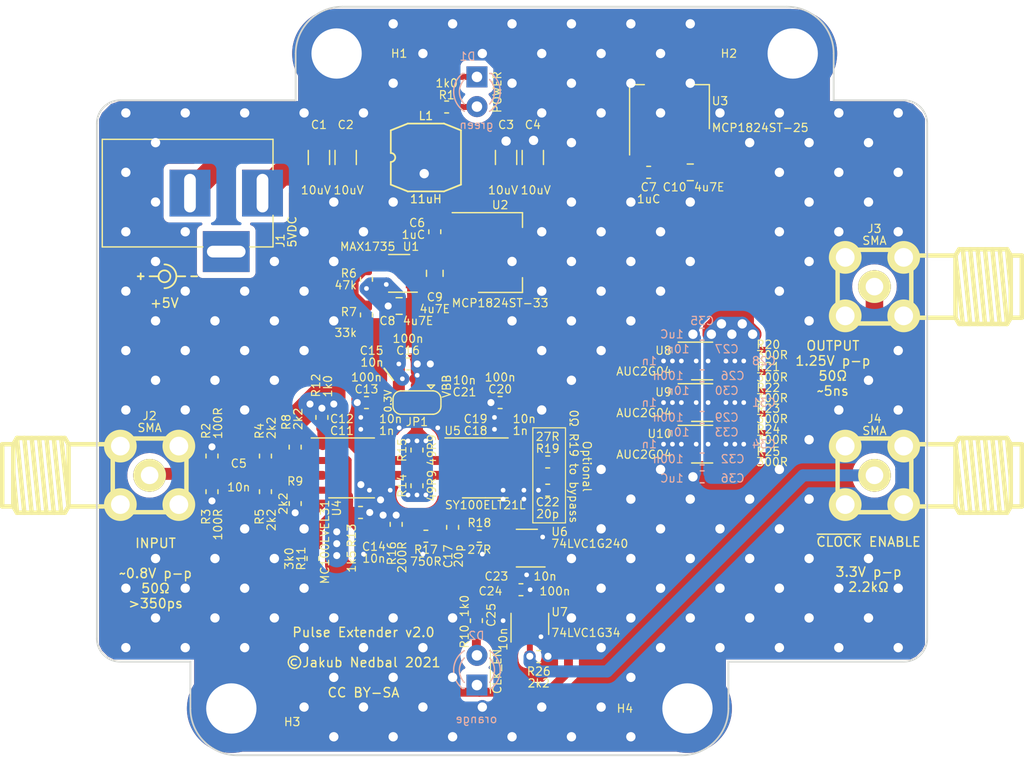
<source format=kicad_pcb>
(kicad_pcb (version 20221018) (generator pcbnew)
  (layers (0 "F.Cu" signal) (31 "B.Cu" signal) (34 "B.Paste" user) (35 "F.Paste" user) (36 "B.SilkS" user "B.Silkscreen") (37 "F.SilkS" user "F.Silkscreen") (38 "B.Mask" user) (39 "F.Mask" user) (44 "Edge.Cuts" user))
  (net 0 "")
  (net 1 "Net-(C1-Pad1)")
  (net 2 "Net-(C1-Pad2)")
  (net 3 "+3V3")
  (net 4 "GND")
  (net 5 "+5V")
  (net 6 "/INPUT")
  (net 7 "VPP")
  (net 8 "+2V5")
  (net 9 "/VBB")
  (net 10 "/OUTPUT")
  (net 11 "Net-(D1-Pad2)")
  (net 12 "/BUFFEREDOUT")
  (net 13 "/TERMINATION")
  (net 14 "/1.25V")
  (net 15 "/LVPECL_LOW_1V65")
  (net 16 "/~{Q}")
  (net 17 "/Q")
  (net 18 "Net-(R19-Pad2)")
  (net 19 "Net-(R20-Pad2)")
  (net 20 "Net-(R21-Pad2)")
  (net 21 "Net-(R22-Pad2)")
  (net 22 "Net-(R23-Pad2)")
  (net 23 "Net-(C5-Pad1)")
  (net 24 "Net-(C14-Pad1)")
  (net 25 "Net-(C17-Pad1)")
  (net 26 "/SET")
  (net 27 "/~{ENABLE}")
  (net 28 "/~{ENABLEBUF}")
  (net 29 "Net-(R24-Pad2)")
  (net 30 "Net-(D2-Pad2)")
  (net 31 "Net-(R18-Pad1)")
  (net 32 "Net-(R25-Pad2)")
  (footprint "Capacitor_SMD:C_1206_3216Metric" (layer "F.Cu") (at 110.49 59.69 90)
    (fp_text reference "C1")
    (fp_text value "10uV")
  )
  (footprint "Capacitor_SMD:C_1206_3216Metric" (layer "F.Cu") (at 112.776 59.69 90)
    (fp_text reference "C2")
    (fp_text value "10uV")
  )
  (footprint "Capacitor_SMD:C_1206_3216Metric" (layer "F.Cu") (at 126.492 59.69 90)
    (fp_text reference "C3")
    (fp_text value "10uV")
  )
  (footprint "Capacitor_SMD:C_1206_3216Metric" (layer "F.Cu") (at 128.778 59.69 90)
    (fp_text reference "C4")
    (fp_text value "10uV")
  )
  (footprint "Capacitor_SMD:C_0402_1005Metric" (layer "F.Cu") (at 103.632 86.741 180)
    (fp_text reference "C5")
    (fp_text value "10n")
  )
  (footprint "Capacitor_SMD:C_0603_1608Metric" (layer "F.Cu") (at 120.396 66.04 -90)
    (fp_text reference "C6")
    (fp_text value "1uC")
  )
  (footprint "Capacitor_SMD:C_0603_1608Metric" (layer "F.Cu") (at 138.684 60.96)
    (fp_text reference "C7")
    (fp_text value "1uC")
  )
  (footprint "Capacitor_SMD:C_0805_2012Metric" (layer "F.Cu") (at 117.348 72.39)
    (fp_text reference "C8")
    (fp_text value "4u7E")
  )
  (footprint "Capacitor_SMD:C_0805_2012Metric" (layer "F.Cu") (at 120.396 69.596 90)
    (fp_text reference "C9")
    (fp_text value "4u7E")
  )
  (footprint "Capacitor_SMD:C_0805_2012Metric" (layer "F.Cu") (at 142.24 60.96 180)
    (fp_text reference "C10")
    (fp_text value "4u7E")
  )
  (footprint "Capacitor_SMD:C_0402_1005Metric" (layer "F.Cu") (at 114.554 82.931 180)
    (fp_text reference "C11")
    (fp_text value "1n")
  )
  (footprint "Capacitor_SMD:C_0402_1005Metric" (layer "F.Cu") (at 114.554 81.915 180)
    (fp_text reference "C12")
    (fp_text value "10n")
  )
  (footprint "Capacitor_SMD:C_0603_1608Metric" (layer "F.Cu") (at 114.554 80.645 180)
    (fp_text reference "C13")
    (fp_text value "100n")
  )
  (footprint "Capacitor_SMD:C_0402_1005Metric" (layer "F.Cu") (at 115.189 91.948 180)
    (fp_text reference "C14")
    (fp_text value "10n")
  )
  (footprint "Capacitor_SMD:C_0402_1005Metric" (layer "F.Cu") (at 125.984 82.931 180)
    (fp_text reference "C18")
    (fp_text value "1n")
  )
  (footprint "Capacitor_SMD:C_0402_1005Metric" (layer "F.Cu") (at 125.984 81.915 180)
    (fp_text reference "C19")
    (fp_text value "10n")
  )
  (footprint "Capacitor_SMD:C_0603_1608Metric" (layer "F.Cu") (at 125.984 80.645 180)
    (fp_text reference "C20")
    (fp_text value "100n")
  )
  (footprint "Capacitor_SMD:C_0402_1005Metric" (layer "F.Cu") (at 122.428 80.645 180)
    (fp_text reference "C21")
    (fp_text value "10n")
  )
  (footprint "Capacitor_SMD:C_0402_1005Metric" (layer "F.Cu") (at 127.762 95.377)
    (fp_text reference "C23")
    (fp_text value "10n")
  )
  (footprint "Capacitor_SMD:C_0603_1608Metric" (layer "F.Cu") (at 127.762 96.647)
    (fp_text reference "C24")
    (fp_text value "100n")
  )
  (footprint "MountingHole:MountingHole_4.3mm_M4_Pad" (layer "F.Cu") (at 112 50.8)
    (fp_text reference "H1")
    (fp_text value "M4")
  )
  (footprint "MountingHole:MountingHole_4.3mm_M4_Pad" (layer "F.Cu") (at 151 50.8)
    (fp_text reference "H2")
    (fp_text value "M4")
  )
  (footprint "MountingHole:MountingHole_4.3mm_M4_Pad" (layer "F.Cu") (at 103 106.8)
    (fp_text reference "H3")
    (fp_text value "M4")
  )
  (footprint "MountingHole:MountingHole_4.3mm_M4_Pad" (layer "F.Cu") (at 142 106.8)
    (fp_text reference "H4")
    (fp_text value "M4")
  )
  (footprint "jakub:SMA_5.0mm" (layer "F.Cu") (at 96.012 86.868 90)
    (fp_text reference "J2")
    (fp_text value "SMA")
  )
  (footprint "jakub:SMA_5.0mm" (layer "F.Cu") (at 157.988 70.732 -90)
    (fp_text reference "J3")
    (fp_text value "SMA")
  )
  (footprint "Jumper:SolderJumper-3_P1.3mm_Open_RoundedPad1.0x1.5mm" (layer "F.Cu") (at 118.872 80.645 180)
    (fp_text reference "JP1")
    (fp_text value "SolderJumper")
  )
  (footprint "jakub:DR334A" (layer "F.Cu") (at 119.634 59.69)
    (fp_text reference "L1")
    (fp_text value "11uH")
  )
  (footprint "Resistor_SMD:R_0603_1608Metric" (layer "F.Cu") (at 121.412 55.372)
    (fp_text reference "R1")
    (fp_text value "1k0")
  )
  (footprint "Resistor_SMD:R_0603_1608Metric" (layer "F.Cu") (at 101.346 85.217 90)
    (fp_text reference "R2")
    (fp_text value "100R")
  )
  (footprint "Resistor_SMD:R_0603_1608Metric" (layer "F.Cu") (at 101.346 88.265 -90)
    (fp_text reference "R3")
    (fp_text value "100R")
  )
  (footprint "Resistor_SMD:R_0603_1608Metric" (layer "F.Cu") (at 105.918 88.265 -90)
    (fp_text reference "R5")
    (fp_text value "2k2")
  )
  (footprint "Resistor_SMD:R_0603_1608Metric" (layer "F.Cu") (at 114.554 70.104 90)
    (fp_text reference "R6")
    (fp_text value "47k")
  )
  (footprint "Resistor_SMD:R_0603_1608Metric" (layer "F.Cu") (at 114.554 73.152 -90)
    (fp_text reference "R7")
    (fp_text value "33k")
  )
  (footprint "Resistor_SMD:R_0603_1608Metric" (layer "F.Cu") (at 108.458 84.455 -90)
    (fp_text reference "R8")
    (fp_text value "2k2")
  )
  (footprint "Resistor_SMD:R_0603_1608Metric" (layer "F.Cu") (at 108.458 89.281 -90)
    (fp_text reference "R9")
    (fp_text value "2k2")
  )
  (footprint "Resistor_SMD:R_0603_1608Metric" (layer "F.Cu") (at 110.744 81.915 -90)
    (fp_text reference "R12")
    (fp_text value "1k0")
  )
  (footprint "Resistor_SMD:R_0603_1608Metric" (layer "F.Cu") (at 114.046 90.043)
    (fp_text reference "R13")
    (fp_text value "1k5")
  )
  (footprint "Resistor_SMD:R_0603_1608Metric" (layer "F.Cu") (at 118.872 87.757 90)
    (fp_text reference "R14")
    (fp_text value "49R9")
  )
  (footprint "Resistor_SMD:R_0603_1608Metric" (layer "F.Cu") (at 118.872 84.709 -90)
    (fp_text reference "R15")
    (fp_text value "49R9")
  )
  (footprint "Resistor_SMD:R_0603_1608Metric" (layer "F.Cu") (at 117.094 91.059 90)
    (fp_text reference "R16")
    (fp_text value "200R")
  )
  (footprint "Resistor_SMD:R_0603_1608Metric" (layer "F.Cu") (at 119.634 92.075 180)
    (fp_text reference "R17")
    (fp_text value "750R")
  )
  (footprint "Resistor_SMD:R_0603_1608Metric" (layer "F.Cu") (at 124.206 92.075 180)
    (fp_text reference "R18")
    (fp_text value "27R")
  )
  (footprint "Resistor_SMD:R_0603_1608Metric" (layer "F.Cu") (at 130.048 85.725 180)
    (fp_text reference "R19")
    (fp_text value "27R")
  )
  (footprint "Package_TO_SOT_SMD:SOT-23-5" (layer "F.Cu") (at 117.348 69.596 180)
    (fp_text reference "U1")
    (fp_text value "MAX1735")
  )
  (footprint "Package_TO_SOT_SMD:SOT-223-3_TabPin2" (layer "F.Cu") (at 125.984 67.818)
    (fp_text reference "U2")
    (fp_text value "MCP1824ST-33")
  )
  (footprint "Package_TO_SOT_SMD:SOT-223-3_TabPin2" (layer "F.Cu") (at 140.462 55.372 90)
    (fp_text reference "U3")
    (fp_text value "MCP1824ST-25")
  )
  (footprint "Package_SO:SOIC-8_3.9x4.9mm_P1.27mm" (layer "F.Cu") (at 113.284 86.233)
    (fp_text reference "U4")
    (fp_text value "MC100LVEL31")
  )
  (footprint "Package_SO:SOIC-8_3.9x4.9mm_P1.27mm" (layer "F.Cu") (at 124.714 86.233)
    (fp_text reference "U5")
    (fp_text value "SY100ELT21L")
  )
  (footprint "Capacitor_SMD:C_0402_1005Metric" (layer "F.Cu") (at 118.11 78.613)
    (fp_text reference "C15")
    (fp_text value "10n")
  )
  (footprint "jakub:BARREL_JACK" (layer "F.Cu") (at 105.664 62.738)
    (fp_text reference "J1")
    (fp_text value "5VDC")
  )
  (footprint "Resistor_SMD:R_0402_1005Metric" (layer "F.Cu") (at 146.812 85.151 180)
    (fp_text reference "R25")
    (fp_text value "300R")
  )
  (footprint "Resistor_SMD:R_0402_1005Metric" (layer "F.Cu") (at 146.812 79.695 180)
    (fp_text reference "R22")
    (fp_text value "300R")
  )
  (footprint "Resistor_SMD:R_0402_1005Metric" (layer "F.Cu") (at 146.812 83.251 180)
    (fp_text reference "R24")
    (fp_text value "300R")
  )
  (footprint "Package_TO_SOT_SMD:SOT-23-6_Handsoldering" (layer "F.Cu") (at 143.256 80.645)
    (fp_text reference "U9")
    (fp_text value "AUC2G04")
  )
  (footprint "Package_TO_SOT_SMD:SOT-23-6_Handsoldering" (layer "F.Cu") (at 143.256 77.089)
    (fp_text reference "U8")
    (fp_text value "AUC2G04")
  )
  (footprint "Resistor_SMD:R_0402_1005Metric" (layer "F.Cu") (at 146.812 81.595 180)
    (fp_text reference "R23")
    (fp_text value "300R")
  )
  (footprint "Package_TO_SOT_SMD:SOT-23-6_Handsoldering" (layer "F.Cu") (at 143.256 84.201)
    (fp_text reference "U10")
    (fp_text value "AUC2G04")
  )
  (footprint "Resistor_SMD:R_0402_1005Metric" (layer "F.Cu") (at 146.812 78.039 180)
    (fp_text reference "R21")
    (fp_text value "300R")
  )
  (footprint "Resistor_SMD:R_0402_1005Metric" (layer "F.Cu") (at 146.812 76.139 180)
    (fp_text reference "R20")
    (fp_text value "300R")
  )
  (footprint "jakub:SMA_5.0mm" (layer "F.Cu") (at 157.988 86.868 -90)
    (fp_text reference "J4")
    (fp_text value "SMA")
  )
  (footprint "Resistor_SMD:R_0603_1608Metric" (layer "F.Cu") (at 109.982 93.98 -90)
    (fp_text reference "R11")
    (fp_text value "3k0")
  )
  (footprint "Resistor_SMD:R_0603_1608Metric" (layer "F.Cu") (at 129.286 102.362 180)
    (fp_text reference "R26")
    (fp_text value "2k2")
  )
  (footprint "Package_TO_SOT_SMD:SOT-23-5" (layer "F.Cu") (at 128.27 93.091 180)
    (fp_text reference "U6")
    (fp_text value "74LVC1G240")
  )
  (footprint "Package_TO_SOT_SMD:SOT-23-5" (layer "F.Cu") (at 128.524 99.568 90)
    (fp_text reference "U7")
    (fp_text value "74LVC1G34")
  )
  (footprint "Capacitor_SMD:C_0402_1005Metric" (layer "F.Cu") (at 126.238 98.806 -90)
    (fp_text reference "C25")
    (fp_text value "10n")
  )
  (footprint "Resistor_SMD:R_0603_1608Metric" (layer "F.Cu") (at 123.952 99.2885 -90)
    (fp_text reference "R10")
    (fp_text value "1k0")
  )
  (footprint "Resistor_SMD:R_0603_1608Metric" (layer "F.Cu") (at 105.918 85.217 -90)
    (fp_text reference "R4")
    (fp_text value "2k2")
  )
  (footprint "Capacitor_SMD:C_0603_1608Metric" (layer "F.Cu") (at 118.11 77.343)
    (fp_text reference "C16")
    (fp_text value "100n")
  )
  (footprint "Capacitor_SMD:C_0603_1608Metric" (layer "F.Cu") (at 121.92 91.313 90)
    (fp_text reference "C17")
    (fp_text value "20p")
  )
  (footprint "Capacitor_SMD:C_0603_1608Metric" (layer "F.Cu") (at 130.048 88.138 180)
    (fp_text reference "C22")
    (fp_text value "20p")
  )
  (footprint "LED_THT:LED_D3.0mm" (layer "B.Cu") (at 124 52.8 -90)
    (fp_text reference "D1")
    (fp_text value "green")
  )
  (footprint "Capacitor_SMD:C_0603_1608Metric" (layer "B.Cu") (at 143.256 78.359)
    (fp_text reference "C26")
    (fp_text value "100n")
  )
  (footprint "Capacitor_SMD:C_0603_1608Metric" (layer "B.Cu") (at 143.256 86.995 180)
    (fp_text reference "C36")
    (fp_text value "1uC")
  )
  (footprint "Capacitor_SMD:C_0402_1005Metric" (layer "B.Cu") (at 143.256 76.073)
    (fp_text reference "C27")
    (fp_text value "10n")
  )
  (footprint "Capacitor_SMD:C_0603_1608Metric" (layer "B.Cu") (at 143.256 81.915)
    (fp_text reference "C29")
    (fp_text value "100n")
  )
  (footprint "Capacitor_SMD:C_0402_1005Metric" (layer "B.Cu") (at 143.256 77.089 180)
    (fp_text reference "C28")
    (fp_text value "1n")
  )
  (footprint "Capacitor_SMD:C_0402_1005Metric" (layer "B.Cu") (at 143.256 80.645 180)
    (fp_text reference "C31")
    (fp_text value "1n")
  )
  (footprint "Capacitor_SMD:C_0603_1608Metric" (layer "B.Cu") (at 143.256 85.471)
    (fp_text reference "C32")
    (fp_text value "100n")
  )
  (footprint "Capacitor_SMD:C_0402_1005Metric" (layer "B.Cu") (at 143.256 84.201 180)
    (fp_text reference "C34")
    (fp_text value "1n")
  )
  (footprint "Capacitor_SMD:C_0402_1005Metric" (layer "B.Cu") (at 143.256 79.629)
    (fp_text reference "C30")
    (fp_text value "10n")
  )
  (footprint "Capacitor_SMD:C_0603_1608Metric" (layer "B.Cu") (at 143.256 74.803 180)
    (fp_text reference "C35")
    (fp_text value "1uC")
  )
  (footprint "Capacitor_SMD:C_0402_1005Metric" (layer "B.Cu") (at 143.256 83.185)
    (fp_text reference "C33")
    (fp_text value "10n")
  )
  (footprint "LED_THT:LED_D3.0mm" (layer "B.Cu") (at 124 104.8 90)
    (fp_text reference "D2")
    (fp_text value "orange")
  )
  (gr_line (start 131.572 82.804) (end 128.778 82.804) (stroke (width 0.1)) (layer "F.SilkS"))
  (gr_circle (center 97.282 69.85) (end 96.774 69.85) (stroke (width 0.15)) (fill none) (layer "F.SilkS"))
  (gr_line (start 128.778 90.932) (end 131.572 90.932) (stroke (width 0.1)) (layer "F.SilkS"))
  (gr_line (start 128.778 82.804) (end 128.778 90.932) (stroke (width 0.1)) (layer "F.SilkS"))
  (gr_line (start 96.774 69.85) (end 96.012 69.85) (stroke (width 0.15)) (layer "F.SilkS"))
  (gr_line (start 98.298 69.85) (end 99.06 69.85) (stroke (width 0.15)) (layer "F.SilkS"))
  (gr_arc (start 97.282 68.834) (mid 98.298 69.85) (end 97.282 70.866) (stroke (width 0.15)) (layer "F.SilkS"))
  (gr_line (start 99.568 69.85) (end 100.076 69.85) (stroke (width 0.15)) (layer "F.SilkS"))
  (gr_line (start 116.078 77.724) (end 116.84 78.74) (stroke (width 0.15)) (layer "F.SilkS"))
  (gr_line (start 95.504 69.85) (end 94.996 69.85) (stroke (width 0.15)) (layer "F.SilkS"))
  (gr_line (start 95.25 69.596) (end 95.25 70.104) (stroke (width 0.15)) (layer "F.SilkS"))
  (gr_line (start 131.572 90.932) (end 131.572 82.804) (stroke (width 0.1)) (layer "F.SilkS"))
  (gr_line (start 103.5 110.8) (end 141.5 110.8) (stroke (width 0.15)) (layer "Edge.Cuts"))
  (gr_line (start 150.5 46.8) (end 112.5 46.8) (stroke (width 0.15)) (layer "Edge.Cuts"))
  (gr_line (start 93.5 102.8) (end 99.5 102.8) (stroke (width 0.15)) (layer "Edge.Cuts"))
  (gr_line (start 93.5 54.8) (end 108.5 54.8) (stroke (width 0.15)) (layer "Edge.Cuts"))
  (gr_line (start 154.5 54.8) (end 160.5 54.8) (stroke (width 0.15)) (layer "Edge.Cuts"))
  (gr_line (start 162.5 56.8) (end 162.5 100.8) (stroke (width 0.15)) (layer "Edge.Cuts"))
  (gr_line (start 145.5 102.8) (end 160.5 102.8) (stroke (width 0.15)) (layer "Edge.Cuts"))
  (gr_line (start 91.5 56.8) (end 91.5 100.8) (stroke (width 0.15)) (layer "Edge.Cuts"))
  (gr_line (start 108.5 50.8) (end 108.5 54.8) (stroke (width 0.15)) (layer "Edge.Cuts"))
  (gr_arc (start 145.5 106.8) (mid 144.328427 109.628427) (end 141.5 110.8) (stroke (width 0.15)) (layer "Edge.Cuts"))
  (gr_line (start 154.5 50.8) (end 154.5 54.8) (stroke (width 0.15)) (layer "Edge.Cuts"))
  (gr_line (start 145.5 106.8) (end 145.5 102.8) (stroke (width 0.15)) (layer "Edge.Cuts"))
  (gr_arc (start 108.5 50.8) (mid 109.671573 47.971573) (end 112.5 46.8) (stroke (width 0.15)) (layer "Edge.Cuts"))
  (gr_arc (start 91.5 56.8) (mid 92.085786 55.385786) (end 93.5 54.8) (stroke (width 0.15)) (layer "Edge.Cuts"))
  (gr_line (start 99.5 106.8) (end 99.5 102.8) (stroke (width 0.15)) (layer "Edge.Cuts"))
  (gr_arc (start 103.5 110.8) (mid 100.671573 109.628427) (end 99.5 106.8) (stroke (width 0.15)) (layer "Edge.Cuts"))
  (gr_arc (start 160.5 54.8) (mid 161.914214 55.385786) (end 162.5 56.8) (stroke (width 0.15)) (layer "Edge.Cuts"))
  (gr_arc (start 162.5 100.8) (mid 161.914214 102.214214) (end 160.5 102.8) (stroke (width 0.15)) (layer "Edge.Cuts"))
  (gr_arc (start 93.5 102.8) (mid 92.085786 102.214214) (end 91.5 100.8) (stroke (width 0.15)) (layer "Edge.Cuts"))
  (gr_arc (start 150.5 46.8) (mid 153.328427 47.971573) (end 154.5 50.8) (stroke (width 0.15)) (layer "Edge.Cuts"))
  (gr_text "~{CLOCK} ENABLE\n\n3.3V p-p\n2.2kΩ" (at 157.48 94.488) (layer "F.SilkS") (effects (font (size 0.8 0.8) (thickness 0.12))))
  (gr_text "VBB" (at 121.412 79.248 90) (layer "F.SilkS") (effects (font (size 0.7 0.7) (thickness 0.1))))
  (gr_text "OUTPUT\n1.25V p-p\n50Ω\n~5ns" (at 154.432 77.724) (layer "F.SilkS") (effects (font (size 0.8 0.8) (thickness 0.12))))
  (gr_text "~{CLK_EN}" (at 125.73 103.632 90) (layer "F.SilkS") (effects (font (size 0.7 0.7) (thickness 0.1))))
  (gr_text "+5V" (at 97.282 72.136) (layer "F.SilkS") (effects (font (size 0.8 0.8) (thickness 0.12))))
  (gr_text "Pulse Extender v2.0\n\n©Jakub Nedbal 2021\n\nCC BY-SA" (at 114.3 102.87) (layer "F.SilkS") (effects (font (size 0.8 0.8) (thickness 0.12))))
  (gr_text "Optional\n0Ω R19 to bypass" (at 132.842 86.106 -90) (layer "F.SilkS") (effects (font (size 0.7 0.7) (thickness 0.1))))
  (gr_text "INPUT\n\n~0.8V p-p\n50Ω\n>350ps" (at 96.52 95.25) (layer "F.SilkS") (effects (font (size 0.8 0.8) (thickness 0.12))))
  (gr_text "0.3V" (at 116.3955 80.518 90) (layer "F.SilkS") (effects (font (size 0.6 0.6) (thickness 0.1))))
  (gr_text "POWER" (at 125.73 54.102 90) (layer "F.SilkS") (effects (font (size 0.7 0.7) (thickness 0.1))))
  (segment (start 120.6245 56.1995) (end 120.6245 55.372) (width 0.508) (layer "F.Cu") (net 1))
  (segment (start 110.49 61.09) (end 107.312 61.09) (width 2) (layer "F.Cu") (net 1))
  (segment (start 112.776 61.09) (end 115.734 61.09) (width 2) (layer "F.Cu") (net 1))
  (segment (start 107.312 61.09) (end 105.664 62.738) (width 2) (layer "F.Cu") (net 1))
  (segment (start 115.884 60.94) (end 120.6245 56.1995) (width 0.508) (layer "F.Cu") (net 1))
  (segment (start 115.734 61.09) (end 115.884 60.94) (width 2) (layer "F.Cu") (net 1))
  (segment (start 110.49 61.09) (end 112.776 61.09) (width 2) (layer "F.Cu") (net 1))
  (segment (start 103.912 58.29) (end 110.49 58.29) (width 2) (layer "F.Cu") (net 2))
  (segment (start 110.49 58.29) (end 112.776 58.29) (width 2) (layer "F.Cu") (net 2))
  (segment (start 99.464 62.738) (end 103.912 58.29) (width 2) (layer "F.Cu") (net 2))
  (segment (start 115.884 58.44) (end 121.524 52.8) (width 0.508) (layer "F.Cu") (net 2))
  (segment (start 112.776 58.29) (end 115.734 58.29) (width 2) (layer "F.Cu") (net 2))
  (segment (start 115.734 58.29) (end 115.884 58.44) (width 2) (layer "F.Cu") (net 2))
  (segment (start 121.524 52.8) (end 124 52.8) (width 0.508) (layer "F.Cu") (net 2))
  (segment (start 126.469 82.931) (end 126.469 83.608) (width 0.762) (layer "F.Cu") (net 3))
  (segment (start 126.9745 96.647) (end 126.9745 96.647) (width 1.024) (layer "F.Cu") (net 3))
  (segment (start 110.744 81.1275) (end 111.4045 81.1275) (width 0.762) (layer "F.Cu") (net 3))
  (segment (start 126.92 94.041) (end 126.92 94.041) (width 1.024) (layer "F.Cu") (net 3))
  (segment (start 127.427 98.321) (end 127.574 98.468) (width 0.762) (layer "F.Cu") (net 3))
  (segment (start 112.014 94.488) (end 113.03 95.504) (width 2) (layer "F.Cu") (net 3))
  (segment (start 117.436 73.9395) (end 118.2855 73.09) (width 1.024) (layer "F.Cu") (net 3))
  (segment (start 118.2855 72.39) (end 119.126 72.39) (width 1.024) (layer "F.Cu") (net 3))
  (segment (start 122.834 71.984) (end 122.834 75.336) (width 2) (layer "F.Cu") (net 3))
  (segment (start 126.92 94.041) (end 126.92 94.822) (width 1.024) (layer "F.Cu") (net 3))
  (segment (start 106.8325 83.6675) (end 109.728 80.772) (width 2) (layer "F.Cu") (net 3))
  (segment (start 115.57 80.01) (end 115.57 74.93) (width 1.5) (layer "F.Cu") (net 3))
  (segment (start 106.68 83.6675) (end 108.458 83.6675) (width 1.024) (layer "F.Cu") (net 3))
  (segment (start 114.681 75.819) (end 114.681 79.121) (width 1.5) (layer "F.Cu") (net 3))
  (segment (start 122.834 72.238) (end 120.142 74.93) (width 2) (layer "F.Cu") (net 3))
  (segment (start 120.3835 70.546) (end 120.396 70.5335) (width 0.508) (layer "F.Cu") (net 3))
  (segment (start 109.728 80.772) (end 112.522 77.978) (width 2) (layer "F.Cu") (net 3))
  (segment (start 124.714 95.504) (end 126.238 95.504) (width 2) (layer "F.Cu") (net 3))
  (segment (start 126.238 98.321) (end 126.238 97.79) (width 0.762) (layer "F.Cu") (net 3))
  (segment (start 126.469 82.931) (end 126.469 82.931) (width 0.762) (layer "F.Cu") (net 3))
  (segment (start 118.2855 71.9605) (end 118.2855 72.39) (width 0.508) (layer "F.Cu") (net 3))
  (segment (start 119.446 70.8) (end 118.2855 71.9605) (width 0.508) (layer "F.Cu") (net 3))
  (segment (start 127.189 81.977) (end 127.189 81.0625) (width 0.762) (layer "F.Cu") (net 3))
  (segment (start 114.681 79.121) (end 115.57 80.01) (width 1.5) (layer "F.Cu") (net 3))
  (segment (start 126.9745 97.8685) (end 126.9745 97.3075) (width 1.024) (layer "F.Cu") (net 3))
  (segment (start 115.759 84.328) (end 115.759 83.885) (width 0.762) (layer "F.Cu") (net 3))
  (segment (start 111.4045 81.1275) (end 111.76 80.772) (width 0.762) (layer "F.Cu") (net 3))
  (segment (start 105.918 84.4295) (end 106.68 83.6675) (width 1.024) (layer "F.Cu") (net 3))
  (segment (start 122.834 75.336) (end 126.999001 79.501001) (width 2) (layer "F.Cu") (net 3))
  (segment (start 126.92 95.678) (end 126.976 95.678) (width 0.762) (layer "F.Cu") (net 3))
  (segment (start 115.759 83.885) (end 115.759 81.0625) (width 1.5) (layer "F.Cu") (net 3))
  (segment (start 114.554 75.692) (end 114.681 75.819) (width 1.024) (layer "F.Cu") (net 3))
  (segment (start 118.2855 71.2955) (end 118.2855 70.7085) (width 0.508) (layer "F.Cu") (net 3))
  (segment (start 123.952 95.504) (end 124.714 95.504) (width 2) (layer "F.Cu") (net 3))
  (segment (start 115.039 83.608) (end 115.759 84.328) (width 0.762) (layer "F.Cu") (net 3))
  (segment (start 126.92 94.822) (end 126.92 95.678) (width 1.024) (layer "F.Cu") (net 3))
  (segment (start 115.039 82.931) (end 115.039 83.608) (width 0.762) (layer "F.Cu") (net 3))
  (segment (start 119.446 70.546) (end 119.035 70.546) (width 0.508) (layer "F.Cu") (net 3))
  (segment (start 126.469 81.915) (end 126.469 82.931) (width 0.762) (layer "F.Cu") (net 3))
  (segment (start 114.554 73.9395) (end 114.554 75.692) (width 1.024) (layer "F.Cu") (net 3))
  (segment (start 125.457 95.504) (end 123.952 95.504) (width 1.024) (layer "F.Cu") (net 3))
  (segment (start 122.913 80.541) (end 123.952999 79.501001) (width 0.762) (layer "F.Cu") (net 3))
  (segment (start 126.522 98.321) (end 126.9745 97.8685) (width 0.762) (layer "F.Cu") (net 3))
  (segment (start 126.238 98.321) (end 127.427 98.321) (width 0.762) (layer "F.Cu") (net 3))
  (segment (start 115.039 81.915) (end 115.039 80.9475) (width 0.762) (layer "F.Cu") (net 3))
  (segment (start 112.522 77.978) (end 114.681 75.819) (width 2) (layer "F.Cu") (net 3))
  (segment (start 111.76 78.74) (end 112.522 77.978) (width 2) (layer "F.Cu") (net 3))
  (segment (start 119.126 72.39) (end 120.396 71.12) (width 1.024) (layer "F.Cu") (net 3))
  (segment (start 118.448 70.546) (end 119.446 70.546) (width 0.508) (layer "F.Cu") (net 3))
  (segment (start 123.952999 79.501001) (end 126.999001 79.501001) (width 0.762) (layer "F.Cu") (net 3))
  (segment (start 111.76 80.772) (end 111.76 78.74) (width 2) (layer "F.Cu") (net 3))
  (segment (start 118.2855 73.09) (end 118.2855 72.39) (width 1.024) (layer "F.Cu") (net 3))
  (segment (start 127.189 81.977) (end 126.531 81.977) (width 0.762) (layer "F.Cu") (net 3))
  (segment (start 114.681 75.819) (end 115.57 74.93) (width 2) (layer "F.Cu") (net 3))
  (segment (start 110.744 81.1275) (end 110.744 81.1275) (width 0.762) (layer "F.Cu") (net 3))
  (segment (start 115.039 80.9475) (end 115.3415 80.645) (width 0.762) (layer "F.Cu") (net 3))
  (segment (start 118.2855 70.7085) (end 118.448 70.546) (width 0.508) (layer "F.Cu") (net 3))
  (segment (start 127.127 82.931) (end 127.189 82.993) (width 0.762) (layer "F.Cu") (net 3))
  (segment (start 119.446 70.546) (end 120.3835 70.546) (width 0.508) (layer "F.Cu") (net 3))
  (segment (start 120.396 70.5335) (end 122.4185 70.5335) (width 1.024) (layer "F.Cu") (net 3))
  (segment (start 126.9745 97.3075) (end 126.5175 97.3075) (width 1.024) (layer "F.Cu") (net 3))
  (segment (start 122.913 80.645) (end 122.913 80.541) (width 0.762) (layer "F.Cu") (net 3))
  (segment (start 112.014 91.694) (end 112.014 93.726) (width 1.5) (layer "F.Cu") (net 3))
  (segment (start 126.238 95.9105) (end 126.238 95.504) (width 1.024) (layer "F.Cu") (net 3))
  (segment (start 118.2855 72.39) (end 118.2855 71.2955) (width 0.508) (layer "F.Cu") (net 3))
  (segment (start 123.952 98.501) (end 123.952 95.504) (width 0.762) (layer "F.Cu") (net 3))
  (segment (start 127.574 98.468) (end 126.9745 97.8685) (width 1.024) (layer "F.Cu") (net 3))
  (segment (start 112.014 92.71) (end 112.014 94.488) (width 2) (layer "F.Cu") (net 3))
  (segment (start 126.92 94.041) (end 125.457 95.504) (width 1.024) (layer "F.Cu") (net 3))
  (segment (start 120.396 71.12) (end 120.396 70.5335) (width 1.024) (layer "F.Cu") (net 3))
  (segment (start 115.57 74.93) (end 118.022 74.93) (width 2) (layer "F.Cu") (net 3))
  (segment (start 126.238 98.321) (end 126.522 98.321) (width 0.762) (layer "F.Cu") (net 3))
  (segment (start 113.03 95.504) (end 123.952 95.504) (width 2) (layer "F.Cu") (net 3))
  (segment (start 109.728 80.772) (end 111.76 80.772) (width 2) (layer "F.Cu") (net 3))
  (segment (start 118.022 74.93) (end 119.082 73.87) (width 2) (layer "F.Cu") (net 3))
  (segment (start 126.5175 97.3075) (end 124.714 95.504) (width 1.024) (layer "F.Cu") (net 3))
  (segment (start 122.834 70.118) (end 122.834 71.984) (width 2) (layer "F.Cu") (net 3))
  (segment (start 118.022 74.93) (end 120.142 74.93) (width 2) (layer "F.Cu") (net 3))
  (segment (start 126.92 96.5925) (end 126.9745 96.647) (width 1.024) (layer "F.Cu") (net 3))
  (segment (start 115.039 81.915) (end 115.039 82.931) (width 0.762) (layer "F.Cu") (net 3))
  (segment (start 126.469 80.9475) (end 126.7715 80.645) (width 0.762) (layer "F.Cu") (net 3))
  (segment (start 127.189 83.501) (end 127.189 82.993) (width 0.762) (layer "F.Cu") (net 3))
  (segment (start 120.142 74.93) (end 122.428 74.93) (width 2) (layer "F.Cu") (net 3))
  (segment (start 119.082 71.8475) (end 119.082 73.87) (width 1.024) (layer "F.Cu") (net 3))
  (segment (start 115.759 81.0625) (end 115.3415 80.645) (width 1.024) (layer "F.Cu") (net 3))
  (segment (start 114.554 73.9395) (end 117.436 73.9395) (width 1.024) (layer "F.Cu") (net 3))
  (segment (start 127.189 82.993) (end 127.189 81.977) (width 0.762) (layer "F.Cu") (net 3))
  (segment (start 119.035 70.546) (end 118.2855 71.2955) (width 0.508) (layer "F.Cu") (net 3))
  (segment (start 115.759 81.0625) (end 115.57 80.8735) (width 1.5) (layer "F.Cu") (net 3))
  (segment (start 127.189 81.0625) (end 126.7715 80.645) (width 0.762) (layer "F.Cu") (net 3))
  (segment (start 127.189 84.328) (end 127.189 83.501) (width 0.762) (layer "F.Cu") (net 3))
  (segment (start 115.57 80.8735) (end 115.57 80.01) (width 1.5) (layer "F.Cu") (net 3))
  (segment (start 126.469 83.608) (end 127.189 84.328) (width 0.762) (layer "F.Cu") (net 3))
  (segment (start 114.554 73.9395) (end 114.5795 73.9395) (width 1.024) (layer "F.Cu") (net 3))
  (segment (start 126.999001 79.501001) (end 126.999001 83.311001) (width 2) (layer "F.Cu") (net 3))
  (segment (start 120.396 70.5335) (end 119.082 71.8475) (width 1.024) (layer "F.Cu") (net 3))
  (segment (start 126.469 81.915) (end 126.469 80.9475) (width 0.762) (layer "F.Cu") (net 3))
  (segment (start 126.9745 97.3075) (end 126.9745 96.647) (width 1.024) (layer "F.Cu") (net 3))
  (segment (start 110.269 81.1275) (end 110.744 81.1275) (width 1.024) (layer "F.Cu") (net 3))
  (segment (start 119.844 73.108) (end 122.834 70.118) (width 2) (layer "F.Cu") (net 3))
  (segment (start 126.469 82.931) (end 127.127 82.931) (width 0.762) (layer "F.Cu") (net 3))
  (segment (start 108.458 83.6675) (end 108.458 82.9385) (width 1.024) (layer "F.Cu") (net 3))
  (segment (start 122.4185 70.5335) (end 122.834 70.118) (width 1.024) (layer "F.Cu") (net 3))
  (segment (start 126.9745 96.647) (end 126.238 95.9105) (width 1.024) (layer "F.Cu") (net 3))
  (segment (start 126.999001 83.311001) (end 127.189 83.501) (width 2) (layer "F.Cu") (net 3))
  (segment (start 126.976 95.678) (end 127.277 95.377) (width 0.762) (layer "F.Cu") (net 3))
  (segment (start 105.918 84.4295) (end 105.96875 84.37875) (width 0.762) (layer "F.Cu") (net 3))
  (segment (start 119.082 73.87) (end 119.844 73.108) (width 2) (layer "F.Cu") (net 3))
  (segment (start 126.238 97.79) (end 123.952 95.504) (width 0.762) (layer "F.Cu") (net 3))
  (segment (start 114.5795 73.9395) (end 115.57 74.93) (width 1.024) (layer "F.Cu") (net 3))
  (segment (start 119.446 70.546) (end 119.446 70.8) (width 0.508) (layer "F.Cu") (net 3))
  (segment (start 106.68 83.6675) (end 106.8325 83.6675) (width 2) (layer "F.Cu") (net 3))
  (segment (start 108.458 82.9385) (end 110.269 81.1275) (width 1.024) (layer "F.Cu") (net 3))
  (segment (start 110.0835 81.1275) (end 109.728 80.772) (width 0.762) (layer "F.Cu") (net 3))
  (segment (start 122.428 74.93) (end 122.834 75.336) (width 2) (layer "F.Cu") (net 3))
  (segment (start 126.92 95.678) (end 126.92 96.5925) (width 1.024) (layer "F.Cu") (net 3))
  (segment (start 110.744 81.1275) (end 110.744 81.1275) (width 0.762) (layer "F.Cu") (net 3))
  (segment (start 126.531 81.977) (end 126.469 81.915) (width 0.762) (layer "F.Cu") (net 3))
  (segment (start 110.744 81.1275) (end 110.0835 81.1275) (width 0.762) (layer "F.Cu") (net 3))
  (segment (start 122.834 71.984) (end 122.834 72.238) (width 2) (layer "F.Cu") (net 3))
  (via (at 112.014 93.726) (size 1) (drill 0.6) (layers "F.Cu" "B.Cu") (net 3))
  (via (at 109.728 80.772) (size 1) (drill 0.6) (layers "F.Cu" "B.Cu") (net 3))
  (via (at 112.014 91.694) (size 1) (drill 0.6) (layers "F.Cu" "B.Cu") (net 3))
  (via (at 110.744 81.1275) (size 1) (drill 0.6) (layers "F.Cu" "B.Cu") (net 3))
  (via (at 112.014 92.71) (size 1) (drill 0.6) (layers "F.Cu" "B.Cu") (net 3))
  (via (at 111.76 80.772) (size 1) (drill 0.6) (layers "F.Cu" "B.Cu") (net 3))
  (segment (start 112.014 93.726) (end 112.014 93.726) (width 2) (layer "B.Cu") (net 3))
  (segment (start 112.014 92.71) (end 112.014 93.726) (width 2) (layer "B.Cu") (net 3))
  (segment (start 112.014 91.694) (end 112.014 92.71) (width 2) (layer "B.Cu") (net 3))
  (segment (start 112.014 83.058) (end 112.014 91.694) (width 2) (layer "B.Cu") (net 3))
  (segment (start 110.998 80.772) (end 111.377498 80.772) (width 2) (layer "B.Cu") (net 3))
  (segment (start 111.377498 80.772) (end 112.014 81.408502) (width 2) (layer "B.Cu") (net 3))
  (segment (start 112.014 81.026) (end 112.014 81.408502) (width 2) (layer "B.Cu") (net 3))
  (segment (start 112.014 81.408502) (end 112.014 83.058) (width 2) (layer "B.Cu") (net 3))
  (segment (start 111.76 80.772) (end 111.377498 80.772) (width 2) (layer "B.Cu") (net 3))
  (segment (start 111.76 80.772) (end 112.014 81.026) (width 2) (layer "B.Cu") (net 3))
  (segment (start 109.728 80.772) (end 110.998 80.772) (width 2) (layer "B.Cu") (net 3))
  (segment (start 109.728 80.772) (end 112.014 83.058) (width 2) (layer "B.Cu") (net 3))
  (segment (start 113.7665 80.645) (end 113.7665 80.645) (width 0.762) (layer "F.Cu") (net 4))
  (segment (start 114.069 82.931) (end 113.868 82.931) (width 0.508) (layer "F.Cu") (net 4))
  (segment (start 114.069 81.915) (end 113.868 81.915) (width 0.508) (layer "F.Cu") (net 4))
  (segment (start 116.586 88.138) (end 115.759 88.138) (width 0.508) (layer "F.Cu") (net 4))
  (segment (start 114.808 88.138) (end 114.808 88.138) (width 0.508) (layer "F.Cu") (net 4))
  (segment (start 114.8335 90.043) (end 114.8335 89.0635) (width 0.762) (layer "F.Cu") (net 4))
  (segment (start 117.094 90.2715) (end 117.094 90.2715) (width 0.508) (layer "F.Cu") (net 4))
  (segment (start 115.759 88.965) (end 115.759 89.089) (width 0.508) (layer "F.Cu") (net 4))
  (segment (start 115.9765 90.2715) (end 115.062 90.2715) (width 0.508) (layer "F.Cu") (net 4))
  (segment (start 126.238 99.291) (end 126.238 99.291) (width 0.762) (layer "F.Cu") (net 4))
  (segment (start 129.474 100.668) (end 129.474 99.945798) (width 0.508) (layer "F.Cu") (net 4))
  (segment (start 130.0735 102.3365) (end 130.0735 101.2675) (width 0.508) (layer "F.Cu") (net 4))
  (segment (start 125.499 82.931) (end 125.349 82.931) (width 0.508) (layer "F.Cu") (net 4))
  (segment (start 125.499 81.915) (end 125.298 81.915) (width 0.508) (layer "F.Cu") (net 4))
  (segment (start 125.1965 80.645) (end 125.1965 80.645) (width 0.762) (layer "F.Cu") (net 4))
  (segment (start 126.238 88.138) (end 126.214 88.138) (width 0.762) (layer "F.Cu") (net 4))
  (segment (start 128.5495 96.647) (end 128.5495 96.647) (width 0.762) (layer "F.Cu") (net 4))
  (segment (start 129.62 92.141) (end 128.585 92.141) (width 0.508) (layer "F.Cu") (net 4))
  (segment (start 118.8975 77.343) (end 118.8975 78.3105) (width 0.762) (layer "F.Cu") (net 4))
  (segment (start 118.8975 78.3105) (end 118.595 78.613) (width 0.762) (layer "F.Cu") (net 4))
  (segment (start 101.346 84.4295) (end 98.5735 84.4295) (width 0.508) (layer "F.Cu") (net 4))
  (segment (start 119.491999 61.071999) (end 118.683992 61.880006) (width 2) (layer "F.Cu") (net 4))
  (segment (start 126.492 58.29) (end 123.534 58.29) (width 2) (layer "F.Cu") (net 4))
  (segment (start 128.84 58.228) (end 128.778 58.29) (width 2) (layer "F.Cu") (net 4))
  (segment (start 129.2605 88.138) (end 129.2605 88.138) (width 0.762) (layer "F.Cu") (net 4))
  (segment (start 114.8335 90.043) (end 114.8335 90.043) (width 0.762) (layer "F.Cu") (net 4))
  (segment (start 121.3635 90.2715) (end 121.92 90.828) (width 0.508) (layer "F.Cu") (net 4))
  (segment (start 106.967 89.0525) (end 107.983 90.0685) (width 0.762) (layer "F.Cu") (net 4))
  (segment (start 122.123998 58.44) (end 119.491999 61.071999) (width 2) (layer "F.Cu") (net 4))
  (segment (start 113.7665 82.8295) (end 113.7665 81.8135) (width 0.762) (layer "F.Cu") (net 4))
  (segment (start 125.1965 82.0165) (end 125.1965 80.645) (width 0.762) (layer "F.Cu") (net 4))
  (segment (start 160.488 73.232) (end 160.488 68.232) (width 0.508) (layer "F.Cu") (net 4))
  (segment (start 114.07699 80.95549) (end 113.7665 80.645) (width 0.762) (layer "F.Cu") (net 4))
  (segment (start 125.499 82.931) (end 125.499 82.931) (width 0.508) (layer "F.Cu") (net 4))
  (segment (start 130.0735 101.2675) (end 129.474 100.668) (width 0.508) (layer "F.Cu") (net 4))
  (segment (start 128.016 88.138) (end 129.2605 88.138) (width 0.762) (layer "F.Cu") (net 4))
  (segment (start 117.094 90.2715) (end 121.3635 90.2715) (width 0.508) (layer "F.Cu") (net 4))
  (segment (start 126.492 58.29) (end 126.492 58.29) (width 2) (layer "F.Cu") (net 4))
  (segment (start 116.586 89.7635) (end 117.094 90.2715) (width 0.508) (layer "F.Cu") (net 4))
  (segment (start 142.748 84.201) (end 139.954 84.201) (width 0.762) (layer "F.Cu") (net 4))
  (segment (start 128.5495 95.6795) (end 128.247 95.377) (width 0.762) (layer "F.Cu") (net 4))
  (segment (start 141.884 50.8) (end 140.462 52.222) (width 0.508) (layer "F.Cu") (net 4))
  (segment (start 107.983 90.0685) (end 108.458 90.0685) (width 0.762) (layer "F.Cu") (net 4))
  (segment (start 123.384 58.44) (end 122.123998 58.44) (width 2) (layer "F.Cu") (net 4))
  (segment (start 93.512 84.368) (end 93.512 89.368) (width 0.508) (layer "F.Cu") (net 4))
  (segment (start 98.512 89.368) (end 101.0305 89.368) (width 0.762) (layer "F.Cu") (net 4))
  (segment (start 105.918 89.0525) (end 106.967 89.0525) (width 0.762) (layer "F.Cu") (net 4))
  (segment (start 128.585 92.141) (end 128.585 89.469) (width 0.508) (layer "F.Cu") (net 4))
  (segment (start 116.586 88.138) (end 116.586 89.7635) (width 0.508) (layer "F.Cu") (net 4))
  (segment (start 127 99.568) (end 126.515 99.568) (width 0.762) (layer "F.Cu") (net 4))
  (segment (start 155.488 68.232) (end 155.488 73.232) (width 0.508) (layer "F.Cu") (net 4))
  (segment (start 125.499 81.915) (end 125.499 81.915) (width 0.508) (layer "F.Cu") (net 4))
  (segment (start 98.512 89.368) (end 93.512 89.368) (width 0.508) (layer "F.Cu") (net 4))
  (segment (start 140.462 60.1195) (end 140.462 58.522) (width 1.2) (layer "F.Cu") (net 4))
  (segment (start 128.27 96.3675) (end 128.5495 96.647) (width 0.762) (layer "F.Cu") (net 4))
  (segment (start 115.759 88.138) (end 114.808 88.138) (width 0.508) (layer "F.Cu") (net 4))
  (segment (start 103 106.8) (end 103 95.5265) (width 0.508) (layer "F.Cu") (net 4))
  (segment (start 128.27 94.742) (end 128.27 96.3675) (width 0.762) (layer "F.Cu") (net 4))
  (segment (start 129.474 100.668) (end 129.474 100.668) (width 0.508) (layer "F.Cu") (net 4))
  (segment (start 117.094 90.2715) (end 115.9765 90.2715) (width 0.508) (layer "F.Cu") (net 4))
  (segment (start 126.214 88.138) (end 125.1965 87.1205) (width 0.762) (layer "F.Cu") (net 4))
  (segment (start 122.834 67.818) (end 121.2365 67.818) (width 1.024) (layer "F.Cu") (net 4))
  (segment (start 121.2365 67.818) (end 120.396 68.6585) (width 1.024) (layer "F.Cu") (net 4))
  (segment (start 120.396 67.818) (end 122.834 67.818) (width 1.5) (layer "F.Cu") (net 4))
  (segment (start 101.0305 89.368) (end 101.346 89.0525) (width 0.762) (layer "F.Cu") (net 4))
  (segment (start 114.07699 88.30699) (end 114.07699 87.66099) (width 0.762) (layer "F.Cu") (net 4))
  (segment (start 125.1965 82.7785) (end 125.1965 82.0165) (width 0.762) (layer "F.Cu") (net 4))
  (segment (start 116.586 88.138) (end 116.586 88.138) (width 0.508) (layer "F.Cu") (net 4))
  (segment (start 125.349 82.931) (end 125.1965 82.7785) (width 0.508) (layer "F.Cu") (net 4))
  (segment (start 101.346 84.4295) (end 101.346 84.4295) (width 0.508) (layer "F.Cu") (net 4))
  (segment (start 127.189 88.138) (end 128.016 88.138) (width 0.762) (layer "F.Cu") (net 4))
  (segment (start 123.534 58.29) (end 123.384 58.44) (width 2) (layer "F.Cu") (net 4))
  (segment (start 118.683992 66.105992) (end 120.396 67.818) (width 2) (layer "F.Cu") (net 4))
  (segment (start 128.778 58.29) (end 126.492 58.29) (width 2) (layer "F.Cu") (net 4))
  (segment (start 125.1965 87.1205) (end 125.1965 82.7785) (width 0.762) (layer "F.Cu") (net 4))
  (segment (start 122.834 67.818) (end 129.134 67.818) (width 0.508) (layer "F.Cu") (net 4))
  (segment (start 121.2365 67.818) (end 121.2365 67.668) (width 1.024) (layer "F.Cu") (net 4))
  (segment (start 134.846 52.222) (end 128.84 58.228) (width 2) (layer "F.Cu") (net 4))
  (segment (start 142.748 77.089) (end 139.954 77.089) (width 0.762) (layer "F.Cu") (net 4))
  (segment (start 118.683992 61.880006) (end 118.683992 66.105992) (width 2) (layer "F.Cu") (net 4))
  (segment (start 128.27 92.456) (end 128.27 94.742) (width 0.508) (layer "F.Cu") (net 4))
  (segment (start 114.554 88.138) (end 114.07699 87.66099) (width 0.762) (layer "F.Cu") (net 4))
  (segment (start 126.515 99.568) (end 126.238 99.291) (width 0.762) (layer "F.Cu") (net 4))
  (segment (start 118.8975 78.3105) (end 118.8975 78.3105) (width 0.762) (layer "F.Cu") (net 4))
  (segment (start 129.62 92.141) (end 129.62 92.141) (width 0.508) (layer "F.Cu") (net 4))
  (segment (start 114.07699 87.66099) (end 114.07699 80.95549) (width 0.762) (layer "F.Cu") (net 4))
  (segment (start 126.238 88.9) (end 123.848 88.9) (width 0.508) (layer "F.Cu") (net 4))
  (segment (start 101.346 89.0525) (end 105.918 89.0525) (width 0.762) (layer "F.Cu") (net 4))
  (segment (start 128.585 92.141) (end 128.8 92.141) (width 0.762) (layer "F.Cu") (net 4))
  (segment (start 125.298 81.915) (end 125.1965 82.0165) (width 0.508) (layer "F.Cu") (net 4))
  (segment (start 129.474 99.945798) (end 129.096202 99.568) (width 0.508) (layer "F.Cu") (net 4))
  (segment (start 142.748 80.645) (end 139.954 80.645) (width 0.762) (layer "F.Cu") (net 4))
  (segment (start 98.512 84.368) (end 93.512 84.368) (width 0.508) (layer "F.Cu") (net 4))
  (segment (start 140.462 52.222) (end 134.846 52.222) (width 2) (layer "F.Cu") (net 4))
  (segment (start 127.189 88.138) (end 126.238 88.138) (width 0.762) (layer "F.Cu") (net 4))
  (segment (start 114.8335 89.0635) (end 115.759 88.138) (width 0.762) (layer "F.Cu") (net 4))
  (segment (start 114.8335 89.0635) (end 114.07699 88.30699) (width 0.762) (layer "F.Cu") (net 4))
  (segment (start 128.016 88.138) (end 128.016 88.9) (width 0.762) (layer "F.Cu") (net 4))
  (segment (start 151 50.8) (end 141.884 50.8) (width 0.508) (layer "F.Cu") (net 4))
  (segment (start 130.0735 102.362) (end 130.0735 102.3365) (width 1.024) (layer "F.Cu") (net 4))
  (segment (start 113.868 81.915) (end 113.7665 81.8135) (width 0.508) (layer "F.Cu") (net 4))
  (segment (start 140.462 52.222) (end 140.462 58.522) (width 1.2) (layer "F.Cu") (net 4))
  (segment (start 160.488 68.232) (end 155.488 68.232) (width 0.508) (layer "F.Cu") (net 4))
  (segment (start 115.759 88.138) (end 114.554 88.138) (width 0.762) (layer "F.Cu") (net 4))
  (segment (start 141.3025 60.96) (end 140.462 60.1195) (width 1.2) (layer "F.Cu") (net 4))
  (segment (start 115.759 88.138) (end 115.759 88.965) (width 0.508) (layer "F.Cu") (net 4))
  (segment (start 128.585 89.469) (end 128.016 88.9) (width 0.508) (layer "F.Cu") (net 4))
  (segment (start 129.096202 99.568) (end 127 99.568) (width 0.508) (layer "F.Cu") (net 4))
  (segment (start 120.3835 68.646) (end 120.396 68.6585) (width 0.508) (layer "F.Cu") (net 4))
  (segment (start 151 63.744) (end 155.488 68.232) (width 0.508) (layer "F.Cu") (net 4))
  (segment (start 118.448 68.646) (end 120.3835 68.646) (width 0.508) (layer "F.Cu") (net 4))
  (segment (start 118.8975 77.343) (end 118.8975 77.343) (width 0.762) (layer "F.Cu") (net 4))
  (segment (start 128.5495 96.647) (end 128.5495 95.6795) (width 0.762) (layer "F.Cu") (net 4))
  (segment (start 118.8975 77.343) (end 120.015 77.343) (width 0.762) (layer "F.Cu") (net 4))
  (segment (start 128.585 92.141) (end 128.27 92.456) (width 0.508) (layer "F.Cu") (net 4))
  (segment (start 114.069 81.915) (end 114.069 81.915) (width 0.508) (layer "F.Cu") (net 4))
  (segment (start 98.5735 84.4295) (end 98.512 84.368) (width 0.508) (layer "F.Cu") (net 4))
  (segment (start 128.016 88.9) (end 126.238 88.9) (width 1.024) (layer "F.Cu") (net 4))
  (segment (start 151 50.8) (end 151 63.744) (width 0.508) (layer "F.Cu") (net 4))
  (segment (start 118.448 69.596) (end 118.448 68.646) (width 0.508) (layer "F.Cu") (net 4))
  (segment (start 115.062 90.2715) (end 114.8335 90.043) (width 0.508) (layer "F.Cu") (net 4))
  (segment (start 123.848 88.9) (end 121.92 90.828) (width 0.508) (layer "F.Cu") (net 4))
  (segment (start 121.2365 67.668) (end 120.396 66.8275) (width 1.024) (layer "F.Cu") (net 4))
  (segment (start 139.4715 60.96) (end 140.462 59.9695) (width 1.2) (layer "F.Cu") (net 4))
  (segment (start 113.868 82.931) (end 113.7665 82.8295) (width 0.508) (layer "F.Cu") (net 4))
  (segment (start 113.7665 81.8135) (end 113.7665 80.645) (width 0.762) (layer "F.Cu") (net 4))
  (segment (start 140.462 59.9695) (end 140.462 58.522) (width 1.2) (layer "F.Cu") (net 4))
  (segment (start 103 95.5265) (end 108.458 90.0685) (width 0.508) (layer "F.Cu") (net 4))
  (segment (start 114.069 82.931) (end 114.069 82.931) (width 0.508) (layer "F.Cu") (net 4))
  (via (at 116.84 99.06) (size 1.2) (drill 0.8) (layers "F.Cu" "B.Cu") (net 4))
  (via (at 129.54 76.2) (size 1.2) (drill 0.8) (layers "F.Cu" "B.Cu") (net 4))
  (via (at 132.08 73.66) (size 1.2) (drill 0.8) (layers "F.Cu" "B.Cu") (net 4))
  (via (at 99.06 101.6) (size 1.2) (drill 0.8) (layers "F.Cu" "B.Cu") (net 4))
  (via (at 101.6 99.06) (size 1.2) (drill 0.8) (layers "F.Cu" "B.Cu") (net 4))
  (via (at 96.52 99.06) (size 1.2) (drill 0.8) (layers "F.Cu" "B.Cu") (net 4))
  (via (at 99.06 96.52) (size 1.2) (drill 0.8) (layers "F.Cu" "B.Cu") (net 4))
  (via (at 93.98 96.52) (size 1.2) (drill 0.8) (layers "F.Cu" "B.Cu") (net 4))
  (via (at 101.6 93.98) (size 1.2) (drill 0.8) (layers "F.Cu" "B.Cu") (net 4))
  (via (at 96.52 93.98) (size 1.2) (drill 0.8) (layers "F.Cu" "B.Cu") (net 4))
  (via (at 104.14 91.44) (size 1.2) (drill 0.8) (layers "F.Cu" "B.Cu") (net 4))
  (via (at 109.22 91.44) (size 1.2) (drill 0.8) (layers "F.Cu" "B.Cu") (net 4))
  (via (at 109.22 96.52) (size 1.2) (drill 0.8) (layers "F.Cu" "B.Cu") (net 4))
  (via (at 104.14 96.52) (size 1.2) (drill 0.8) (layers "F.Cu" "B.Cu") (net 4))
  (via (at 106.68 99.06) (size 1.2) (drill 0.8) (layers "F.Cu" "B.Cu") (net 4))
  (via (at 111.76 99.06) (size 1.2) (drill 0.8) (layers "F.Cu" "B.Cu") (net 4))
  (via (at 109.22 101.6) (size 1.2) (drill 0.8) (layers "F.Cu" "B.Cu") (net 4))
  (via (at 104.14 101.6) (size 1.2) (drill 0.8) (layers "F.Cu" "B.Cu") (net 4))
  (via (at 116.84 104.14) (size 1.2) (drill 0.8) (layers "F.Cu" "B.Cu") (net 4))
  (via (at 111.76 104.14) (size 1.2) (drill 0.8) (layers "F.Cu" "B.Cu") (net 4))
  (via (at 114.3 106.68) (size 1.2) (drill 0.8) (layers "F.Cu" "B.Cu") (net 4))
  (via (at 109.22 106.68) (size 1.2) (drill 0.8) (layers "F.Cu" "B.Cu") (net 4))
  (via (at 111.76 109.22) (size 1.2) (drill 0.8) (layers "F.Cu" "B.Cu") (net 4))
  (via (at 116.84 109.22) (size 1.2) (drill 0.8) (layers "F.Cu" "B.Cu") (net 4))
  (via (at 119.38 101.6) (size 1.2) (drill 0.8) (layers "F.Cu" "B.Cu") (net 4))
  (via (at 114.3 101.6) (size 1.2) (drill 0.8) (layers "F.Cu" "B.Cu") (net 4))
  (via (at 121.92 99.06) (size 1.2) (drill 0.8) (layers "F.Cu" "B.Cu") (net 4))
  (via (at 124.46 106.68) (size 1.2) (drill 0.8) (layers "F.Cu" "B.Cu") (net 4))
  (via (at 119.38 106.68) (size 1.2) (drill 0.8) (layers "F.Cu" "B.Cu") (net 4))
  (via (at 121.92 104.14) (size 1.2) (drill 0.8) (layers "F.Cu" "B.Cu") (net 4))
  (via (at 127 109.22) (size 1.2) (drill 0.8) (layers "F.Cu" "B.Cu") (net 4))
  (via (at 121.92 109.22) (size 1.2) (drill 0.8) (layers "F.Cu" "B.Cu") (net 4))
  (via (at 132.08 99.06) (size 1.2) (drill 0.8) (layers "F.Cu" "B.Cu") (net 4))
  (via (at 137.16 104.14) (size 1.2) (drill 0.8) (layers "F.Cu" "B.Cu") (net 4))
  (via (at 134.62 106.68) (size 1.2) (drill 0.8) (layers "F.Cu" "B.Cu") (net 4))
  (via (at 129.54 106.68) (size 1.2) (drill 0.8) (layers "F.Cu" "B.Cu") (net 4))
  (via (at 132.08 109.22) (size 1.2) (drill 0.8) (layers "F.Cu" "B.Cu") (net 4))
  (via (at 137.16 109.22) (size 1.2) (drill 0.8) (layers "F.Cu" "B.Cu") (net 4))
  (via (at 139.7 101.6) (size 1.2) (drill 0.8) (layers "F.Cu" "B.Cu") (net 4))
  (via (at 134.62 101.6) (size 1.2) (drill 0.8) (layers "F.Cu" "B.Cu") (net 4))
  (via (at 142.24 99.06) (size 1.2) (drill 0.8) (layers "F.Cu" "B.Cu") (net 4))
  (via (at 137.16 99.06) (size 1.2) (drill 0.8) (layers "F.Cu" "B.Cu") (net 4))
  (via (at 152.4 99.06) (size 1.2) (drill 0.8) (layers "F.Cu" "B.Cu") (net 4))
  (via (at 147.32 99.06) (size 1.2) (drill 0.8) (layers "F.Cu" "B.Cu") (net 4))
  (via (at 149.86 101.6) (size 1.2) (drill 0.8) (layers "F.Cu" "B.Cu") (net 4))
  (via (at 144.78 101.6) (size 1.2) (drill 0.8) (layers "F.Cu" "B.Cu") (net 4))
  (via (at 160.02 101.6) (size 1.2) (drill 0.8) (layers "F.Cu" "B.Cu") (net 4))
  (via (at 154.94 101.6) (size 1.2) (drill 0.8) (layers "F.Cu" "B.Cu") (net 4))
  (via (at 160.02 96.52) (size 1.2) (drill 0.8) (layers "F.Cu" "B.Cu") (net 4))
  (via (at 154.94 96.52) (size 1.2) (drill 0.8) (layers "F.Cu" "B.Cu") (net 4))
  (via (at 157.48 93.98) (size 1.2) (drill 0.8) (layers "F.Cu" "B.Cu") (net 4))
  (via (at 152.4 93.98) (size 1.2) (drill 0.8) (layers "F.Cu" "B.Cu") (net 4))
  (via (at 152.4 88.9) (size 1.2) (drill 0.8) (layers "F.Cu" "B.Cu") (net 4))
  (via (at 152.4 83.82) (size 1.2) (drill 0.8) (layers "F.Cu" "B.Cu") (net 4))
  (via (at 160.02 81.28) (size 1.2) (drill 0.8) (layers "F.Cu" "B.Cu") (net 4))
  (via (at 154.94 81.28) (size 1.2) (drill 0.8) (layers "F.Cu" "B.Cu") (net 4))
  (via (at 157.48 78.74) (size 1.2) (drill 0.8) (layers "F.Cu" "B.Cu") (net 4))
  (via (at 160.02 76.2) (size 1.2) (drill 0.8) (layers "F.Cu" "B.Cu") (net 4))
  (via (at 157.48 99.06) (size 1.2) (drill 0.8) (layers "F.Cu" "B.Cu") (net 4))
  (via (at 106.68 93.98) (size 1.2) (drill 0.8) (layers "F.Cu" "B.Cu") (net 4))
  (via (at 134.62 96.52) (size 1.2) (drill 0.8) (layers "F.Cu" "B.Cu") (net 4))
  (via (at 139.7 96.52) (size 1.2) (drill 0.8) (layers "F.Cu" "B.Cu") (net 4))
  (via (at 149.86 96.52) (size 1.2) (drill 0.8) (layers "F.Cu" "B.Cu") (net 4))
  (via (at 144.78 96.52) (size 1.2) (drill 0.8) (layers "F.Cu" "B.Cu") (net 4))
  (via (at 142.24 93.98) (size 1.2) (drill 0.8) (layers "F.Cu" "B.Cu") (net 4))
  (via (at 147.32 93.98) (size 1.2) (drill 0.8) (layers "F.Cu" "B.Cu") (net 4))
  (via (at 132.08 93.98) (size 1.2) (drill 0.8) (layers "F.Cu" "B.Cu") (net 4))
  (via (at 137.16 93.98) (size 1.2) (drill 0.8) (layers "F.Cu" "B.Cu") (net 4))
  (via (at 139.7 91.44) (size 1.2) (drill 0.8) (layers "F.Cu" "B.Cu") (net 4))
  (via (at 134.62 91.44) (size 1.2) (drill 0.8) (layers "F.Cu" "B.Cu") (net 4))
  (via (at 142.24 88.9) (size 1.2) (drill 0.8) (layers "F.Cu" "B.Cu") (net 4))
  (via (at 137.16 88.9) (size 1.2) (drill 0.8) (layers "F.Cu" "B.Cu") (net 4))
  (via (at 144.78 91.44) (size 1.2) (drill 0.8) (layers "F.Cu" "B.Cu") (net 4))
  (via (at 149.86 91.44) (size 1.2) (drill 0.8) (layers "F.Cu" "B.Cu") (net 4))
  (via (at 147.32 88.9) (size 1.2) (drill 0.8) (layers "F.Cu" "B.Cu") (net 4))
  (via (at 149.86 86.36) (size 1.2) (drill 0.8) (layers "F.Cu" "B.Cu") (net 4))
  (via (at 139.7 86.36) (size 1.2) (drill 0.8) (layers "F.Cu" "B.Cu") (net 4))
  (via (at 134.62 86.36) (size 1.2) (drill 0.8) (layers "F.Cu" "B.Cu") (net 4))
  (via (at 129.54 81.28) (size 1.2) (drill 0.8) (layers "F.Cu" "B.Cu") (net 4))
  (via (at 132.08 78.74) (size 1.2) (drill 0.8) (layers "F.Cu" "B.Cu") (net 4))
  (via (at 134.62 76.2) (size 1.2) (drill 0.8) (layers "F.Cu" "B.Cu") (net 4))
  (via (at 137.16 73.66) (size 1.2) (drill 0.8) (layers "F.Cu" "B.Cu") (net 4))
  (via (at 127 73.66) (size 1.2) (drill 0.8) (layers "F.Cu" "B.Cu") (net 4))
  (via (at 139.7 71.12) (size 1.2) (drill 0.8) (layers "F.Cu" "B.Cu") (net 4))
  (via (at 134.62 71.12) (size 1.2) (drill 0.8) (layers "F.Cu" "B.Cu") (net 4))
  (via (at 129.54 71.12) (size 1.2) (drill 0.8) (layers "F.Cu" "B.Cu") (net 4))
  (via (at 127 68.58) (size 1.2) (drill 0.8) (layers "F.Cu" "B.Cu") (net 4))
  (via (at 129.54 66.04) (size 1.2) (drill 0.8) (layers "F.Cu" "B.Cu") (net 4))
  (via (at 132.08 68.58) (size 1.2) (drill 0.8) (layers "F.Cu" "B.Cu") (net 4))
  (via (at 134.62 66.04) (size 1.2) (drill 0.8) (layers "F.Cu" "B.Cu") (net 4))
  (via (at 137.16 68.58) (size 1.2) (drill 0.8) (layers "F.Cu" "B.Cu") (net 4))
  (via (at 139.7 66.04) (size 1.2) (drill 0.8) (layers "F.Cu" "B.Cu") (net 4))
  (via (at 142.24 68.58) (size 1.2) (drill 0.8) (layers "F.Cu" "B.Cu") (net 4))
  (via (at 142.24 63.5) (size 1.2) (drill 0.8) (layers "F.Cu" "B.Cu") (net 4))
  (via (at 137.16 63.5) (size 1.2) (drill 0.8) (layers "F.Cu" "B.Cu") (net 4))
  (via (at 132.08 63.5) (size 1.2) (drill 0.8) (layers "F.Cu" "B.Cu") (net 4))
  (via (at 132.08 58.42) (size 1.2) (drill 0.8) (layers "F.Cu" "B.Cu") (net 4))
  (via (at 134.62 55.88) (size 1.2) (drill 0.8) (layers "F.Cu" "B.Cu") (net 4))
  (via (at 139.7 55.88) (size 1.2) (drill 0.8) (layers "F.Cu" "B.Cu") (net 4))
  (via (at 144.78 55.88) (size 1.2) (drill 0.8) (layers "F.Cu" "B.Cu") (net 4))
  (via (at 149.86 55.88) (size 1.2) (drill 0.8) (layers "F.Cu" "B.Cu") (net 4))
  (via (at 154.94 55.88) (size 1.2) (drill 0.8) (layers "F.Cu" "B.Cu") (net 4))
  (via (at 160.02 55.88) (size 1.2) (drill 0.8) (layers "F.Cu" "B.Cu") (net 4))
  (via (at 157.48 58.42) (size 1.2) (drill 0.8) (layers "F.Cu" "B.Cu") (net 4))
  (via (at 160.02 60.96) (size 1.2) (drill 0.8) (layers "F.Cu" "B.Cu") (net 4))
  (via (at 157.48 63.5) (size 1.2) (drill 0.8) (layers "F.Cu" "B.Cu") (net 4))
  (via (at 160.02 66.04) (size 1.2) (drill 0.8) (layers "F.Cu" "B.Cu") (net 4))
  (via (at 154.94 66.04) (size 1.2) (drill 0.8) (layers "F.Cu" "B.Cu") (net 4))
  (via (at 152.4 63.5) (size 1.2) (drill 0.8) (layers "F.Cu" "B.Cu") (net 4))
  (via (at 154.94 60.96) (size 1.2) (drill 0.8) (layers "F.Cu" "B.Cu") (net 4))
  (via (at 152.4 58.42) (size 1.2) (drill 0.8) (layers "F.Cu" "B.Cu") (net 4))
  (via (at 149.86 60.96) (size 1.2) (drill 0.8) (layers "F.Cu" "B.Cu") (net 4))
  (via (at 149.86 66.04) (size 1.2) (drill 0.8) (layers "F.Cu" "B.Cu") (net 4))
  (via (at 152.4 68.58) (size 1.2) (drill 0.8) (layers "F.Cu" "B.Cu") (net 4))
  (via (at 149.86 71.12) (size 1.2) (drill 0.8) (layers "F.Cu" "B.Cu") (net 4))
  (via (at 152.4 73.66) (size 1.2) (drill 0.8) (layers "F.Cu" "B.Cu") (net 4))
  (via (at 147.32 58.42) (size 1.2) (drill 0.8) (layers "F.Cu" "B.Cu") (net 4))
  (via (at 142.24 53.34) (size 1.2) (drill 0.8) (layers "F.Cu" "B.Cu") (net 4))
  (via (at 137.16 53.34) (size 1.2) (drill 0.8) (layers "F.Cu" "B.Cu") (net 4))
  (via (at 139.7 50.8) (size 1.2) (drill 0.8) (layers "F.Cu" "B.Cu") (net 4))
  (via (at 137.16 48.26) (size 1.2) (drill 0.8) (layers "F.Cu" "B.Cu") (net 4))
  (via (at 142.24 48.26) (size 1.2) (drill 0.8) (layers "F.Cu" "B.Cu") (net 4))
  (via (at 132.08 48.26) (size 1.2) (drill 0.8) (layers "F.Cu" "B.Cu") (net 4))
  (via (at 134.62 50.8) (size 1.2) (drill 0.8) (layers "F.Cu" "B.Cu") (net 4))
  (via (at 132.08 53.34) (size 1.2) (drill 0.8) (layers "F.Cu" "B.Cu") (net 4))
  (via (at 129.54 50.8) (size 1.2) (drill 0.8) (layers "F.Cu" "B.Cu") (net 4))
  (via (at 129.54 55.88) (size 1.2) (drill 0.8) (layers "F.Cu" "B.Cu") (net 4))
  (via (at 127 53.34) (size 1.2) (drill 0.8) (layers "F.Cu" "B.Cu") (net 4))
  (via (at 127 48.26) (size 1.2) (drill 0.8) (layers "F.Cu" "B.Cu") (net 4))
  (via (at 124.46 50.8) (size 1.2) (drill 0.8) (layers "F.Cu" "B.Cu") (net 4))
  (via (at 121.92 48.26) (size 1.2) (drill 0.8) (layers "F.Cu" "B.Cu") (net 4))
  (via (at 119.38 50.8) (size 1.2) (drill 0.8) (layers "F.Cu" "B.Cu") (net 4))
  (via (at 116.84 48.26) (size 1.2) (drill 0.8) (layers "F.Cu" "B.Cu") (net 4))
  (via (at 116.84 53.34) (size 1.2) (drill 0.8) (layers "F.Cu" "B.Cu") (net 4))
  (via (at 114.3 55.88) (size 1.2) (drill 0.8) (layers "F.Cu" "B.Cu") (net 4))
  (via (at 109.22 55.88) (size 1.2) (drill 0.8) (layers "F.Cu" "B.Cu") (net 4))
  (via (at 104.14 55.88) (size 1.2) (drill 0.8) (layers "F.Cu" "B.Cu") (net 4))
  (via (at 99.06 55.88) (size 1.2) (drill 0.8) (layers "F.Cu" "B.Cu") (net 4))
  (via (at 96.52 58.42) (size 1.2) (drill 0.8) (layers "F.Cu" "B.Cu") (net 4))
  (via (at 93.98 55.88) (size 1.2) (drill 0.8) (layers "F.Cu" "B.Cu") (net 4))
  (via (at 93.98 60.96) (size 1.2) (drill 0.8) (layers "F.Cu" "B.Cu") (net 4))
  (via (at 96.52 63.5) (size 1.2) (drill 0.8) (layers "F.Cu" "B.Cu") (net 4))
  (via (at 93.98 66.04) (size 1.2) (drill 0.8) (layers "F.Cu" "B.Cu") (net 4))
  (via (at 96.52 68.58) (size 1.2) (drill 0.8) (layers "F.Cu" "B.Cu") (net 4))
  (via (at 93.98 71.12) (size 1.2) (drill 0.8) (layers "F.Cu" "B.Cu") (net 4))
  (via (at 96.52 73.66) (size 1.2) (drill 0.8) (layers "F.Cu" "B.Cu") (net 4))
  (via (at 93.98 76.2) (size 1.2) (drill 0.8) (layers "F.Cu" "B.Cu") (net 4))
  (via (at 96.52 78.74) (size 1.2) (drill 0.8) (layers "F.Cu" "B.Cu") (net 4))
  (via (at 93.98 81.28) (size 1.2) (drill 0.8) (layers "F.Cu" "B.Cu") (net 4))
  (via (at 99.06 81.28) (size 1.2) (drill 0.8) (layers "F.Cu" "B.Cu") (net 4))
  (via (at 101.6 78.74) (size 1.2) (drill 0.8) (layers "F.Cu" "B.Cu") (net 4))
  (via (at 104.14 81.28) (size 1.2) (drill 0.8) (layers "F.Cu" "B.Cu") (net 4))
  (via (at 106.68 78.74) (size 1.2) (drill 0.8) (layers "F.Cu" "B.Cu") (net 4))
  (via (at 109.22 76.2) (size 1.2) (drill 0.8) (layers "F.Cu" "B.Cu") (net 4))
  (via (at 111.76 73.66) (size 1.2) (drill 0.8) (layers "F.Cu" "B.Cu") (net 4))
  (via (at 109.22 71.12) (size 1.2) (drill 0.8) (layers "F.Cu" "B.Cu") (net 4))
  (via (at 111.76 68.58) (size 1.2) (drill 0.8) (layers "F.Cu" "B.Cu") (net 4))
  (via (at 111.76 68.58) (size 1.2) (drill 0.8) (layers "F.Cu" "B.Cu") (net 4))
  (via (at 114.3 66.04) (size 1.2) (drill 0.8) (layers "F.Cu" "B.Cu") (net 4))
  (via (at 116.84 63.5) (size 1.2) (drill 0.8) (layers "F.Cu" "B.Cu") (net 4))
  (via (at 111.76 63.5) (size 1.2) (drill 0.8) (layers "F.Cu" "B.Cu") (net 4))
  (via (at 109.22 66.04) (size 1.2) (drill 0.8) (layers "F.Cu" "B.Cu") (net 4))
  (via (at 106.68 68.58) (size 1.2) (drill 0.8) (layers "F.Cu" "B.Cu") (net 4))
  (via (at 106.68 73.66) (size 1.2) (drill 0.8) (layers "F.Cu" "B.Cu") (net 4))
  (via (at 101.6 73.66) (size 1.2) (drill 0.8) (layers "F.Cu" "B.Cu") (net 4))
  (via (at 104.14 71.12) (size 1.2) (drill 0.8) (layers "F.Cu" "B.Cu") (net 4))
  (via (at 104.14 76.2) (size 1.2) (drill 0.8) (layers "F.Cu" "B.Cu") (net 4))
  (via (at 99.06 76.2) (size 1.2) (drill 0.8) (layers "F.Cu" "B.Cu") (net 4))
  (via (at 99.06 71.12) (size 1.2) (drill 0.8) (layers "F.Cu" "B.Cu") (net 4))
  (via (at 99.06 66.04) (size 1.2) (drill 0.8) (layers "F.Cu" "B.Cu") (net 4))
  (via (at 93.98 101.6) (size 1.2) (drill 0.8) (layers "F.Cu" "B.Cu") (net 4))
  (via (at 139.954 77.089) (size 0.6) (drill 0.4) (layers "F.Cu" "B.Cu") (net 4))
  (via (at 142.748 80.645) (size 0.6) (drill 0.4) (layers "F.Cu" "B.Cu") (net 4))
  (via (at 142.4685 86.995) (size 1.2) (drill 0.8) (layers "F.Cu" "B.Cu") (net 4))
  (via (at 125.1965 80.645) (size 1) (drill 0.6) (layers "F.Cu" "B.Cu") (net 4))
  (via (at 117.348 82.804) (size 0.6) (drill 0.4) (layers "F.Cu" "B.Cu") (net 4))
  (via (at 129.474 100.668) (size 0.6) (drill 0.4) (layers "F.Cu" "B.Cu") (net 4))
  (via (at 142.748 84.201) (size 0.6) (drill 0.4) (layers "F.Cu" "B.Cu") (net 4))
  (via (at 119.491999 61.071999) (size 1.2) (drill 0.8) (layers "F.Cu" "B.Cu") (net 4))
  (via (at 120.65 82.804) (size 0.6) (drill 0.4) (layers "F.Cu" "B.Cu") (net 4))
  (via (at 125.499 81.915) (size 0.6) (drill 0.4) (layers "F.Cu" "B.Cu") (net 4))
  (via (at 128.84 58.228) (size 1.2) (drill 0.8) (layers "F.Cu" "B.Cu") (net 4))
  (via (at 142.4685 74.803) (size 1.2) (drill 0.8) (layers "F.Cu" "B.Cu") (net 4))
  (via (at 140.716 84.201) (size 0.6) (drill 0.4) (layers "F.Cu" "B.Cu") (net 4))
  (via (at 115.9765 90.2715) (size 1) (drill 0.6) (layers "F.Cu" "B.Cu") (net 4))
  (via (at 139.954 80.645) (size 0.6) (drill 0.4) (layers "F.Cu" "B.Cu") (net 4))
  (via (at 126.238 99.291) (size 0.6) (drill 0.4) (layers "F.Cu" "B.Cu") (net 4))
  (via (at 140.716 77.089) (size 0.6) (drill 0.4) (layers "F.Cu" "B.Cu") (net 4))
  (via (at 142.748 77.089) (size 0.6) (drill 0.4) (layers "F.Cu" "B.Cu") (net 4))
  (via (at 115.759 88.965) (size 1) (drill 0.6) (layers "F.Cu" "B.Cu") (net 4))
  (via (at 116.586 88.138) (size 0.6) (drill 0.4) (layers "F.Cu" "B.Cu") (net 4))
  (via (at 101.346 89.0525) (size 1) (drill 0.6) (layers "F.Cu" "B.Cu") (net 4))
  (via (at 114.069 81.915) (size 0.6) (drill 0.4) (layers "F.Cu" "B.Cu") (net 4))
  (via (at 140.716 80.645) (size 0.6) (drill 0.4) (layers "F.Cu" "B.Cu") (net 4))
  (via (at 113.7665 80.645) (size 1) (drill 0.6) (layers "F.Cu" "B.Cu") (net 4))
  (via (at 141.478 80.645) (size 0.6) (drill 0.4) (layers "F.Cu" "B.Cu") (net 4))
  (via (at 114.07699 87.66099) (size 1) (drill 0.6) (layers "F.Cu" "B.Cu") (net 4))
  (via (at 126.492 58.29) (size 1.2) (drill 0.8) (layers "F.Cu" "B.Cu") (net 4))
  (via (at 130.0735 102.3365) (size 1) (drill 0.6) (layers "F.Cu" "B.Cu") (net 4))
  (via (at 114.8335 90.043) (size 1) (drill 0.6) (layers "F.Cu" "B.Cu") (net 4))
  (via (at 129.2605 88.138) (size 0.6) (drill 0.4) (layers "F.Cu" "B.Cu") (net 4))
  (via (at 119.38 93.599) (size 0.6) (drill 0.4) (layers "F.Cu" "B.Cu") (net 4))
  (via (at 101.346 84.4295) (size 1) (drill 0.6) (layers "F.Cu" "B.Cu") (net 4))
  (via (at 139.954 84.201) (size 0.6) (drill 0.4) (layers "F.Cu" "B.Cu") (net 4))
  (via (at 141.478 77.089) (size 0.6) (drill 0.4) (layers "F.Cu" "B.Cu") (net 4))
  (via (at 108.458 90.0685) (size 1) (drill 0.6) (layers "F.Cu" "B.Cu") (net 4))
  (via (at 141.478 84.201) (size 0.6) (drill 0.4) (layers "F.Cu" "B.Cu") (net 4))
  (via (at 114.808 88.138) (size 0.6) (drill 0.4) (layers "F.Cu" "B.Cu") (net 4))
  (via (at 128.016 88.9) (size 0.6) (drill 0.4) (layers "F.Cu" "B.Cu") (net 4))
  (via (at 124.46 93.599) (size 0.6) (drill 0.4) (layers "F.Cu" "B.Cu") (net 4))
  (via (at 128.016 88.138) (size 0.6) (drill 0.4) (layers "F.Cu" "B.Cu") (net 4))
  (via (at 118.8975 77.343) (size 1) (drill 0.6) (layers "F.Cu" "B.Cu") (net 4))
  (via (at 120.015 77.343) (size 1) (drill 0.6) (layers "F.Cu" "B.Cu") (net 4))
  (via (at 129.62 92.141) (size 0.6) (drill 0.4) (layers "F.Cu" "B.Cu") (net 4))
  (via (at 126.238 88.9) (size 0.6) (drill 0.4) (layers "F.Cu" "B.Cu") (net 4))
  (via (at 128.5495 96.647) (size 0.6) (drill 0.4) (layers "F.Cu" "B.Cu") (net 4))
  (via (at 125.499 82.931) (size 0.6) (drill 0.4) (layers "F.Cu" "B.Cu") (net 4))
  (via (at 118.8975 78.3105) (size 0.6) (drill 0.4) (layers "F.Cu" "B.Cu") (net 4))
  (via (at 128.247 95.377) (size 0.6) (drill 0.4) (layers "F.Cu" "B.Cu") (net 4))
  (via (at 117.094 90.2715) (size 1) (drill 0.6) (layers "F.Cu" "B.Cu") (net 4))
  (via (at 114.3 93.599) (size 0.6) (drill 0.4) (layers "F.Cu" "B.Cu") (net 4))
  (via (at 126.238 88.138) (size 0.6) (drill 0.4) (layers "F.Cu" "B.Cu") (net 4))
  (via (at 114.069 82.931) (size 0.6) (drill 0.4) (layers "F.Cu" "B.Cu") (net 4))
  (segment (start 142.4685 74.803) (end 142.4685 74.803) (width 0.762) (layer "B.Cu") (net 4))
  (segment (start 142.4685 86.995) (end 142.4685 86.995) (width 0.762) (layer "B.Cu") (net 4))
  (segment (start 109.22 55.88) (end 113.792 55.88) (width 0.508) (layer "B.Cu") (net 4))
  (segment (start 129.54 55.88) (end 134.62 55.88) (width 0.508) (layer "B.Cu") (net 4))
  (segment (start 113.538 96.266) (end 110.744 96.266) (width 0.508) (layer "B.Cu") (net 4))
  (segment (start 132.08 109.22) (end 129.54 106.68) (width 0.508) (layer "B.Cu") (net 4))
  (segment (start 93.512 84.368) (end 93.512 81.748) (width 0.508) (layer "B.Cu") (net 4))
  (segment (start 134.62 66.04) (end 131.826 68.834) (width 0.508) (layer "B.Cu") (net 4))
  (segment (start 96.52 73.66) (end 99.06 76.2) (width 0.508) (layer "B.Cu") (net 4))
  (segment (start 96.52 93.98) (end 99.06 96.52) (width 0.508) (layer "B.Cu") (net 4))
  (segment (start 132.08 58.42) (end 134.62 55.88) (width 0.508) (layer "B.Cu") (net 4))
  (segment (start 160.02 86.36) (end 160.02 91.44) (width 0.508) (layer "B.Cu") (net 4))
  (segment (start 137.16 53.34) (end 139.7 55.88) (width 0.508) (layer "B.Cu") (net 4))
  (segment (start 154.94 81.28) (end 157.48 78.74) (width 0.508) (layer "B.Cu") (net 4))
  (segment (start 137.16 99.06) (end 137.16 93.98) (width 0.508) (layer "B.Cu") (net 4))
  (segment (start 104.14 96.52) (end 101.6 93.98) (width 0.508) (layer "B.Cu") (net 4))
  (segment (start 109.22 91.44) (end 109.22 90.8305) (width 0.25) (layer "B.Cu") (net 4))
  (segment (start 132.08 93.98) (end 132.08 99.06) (width 0.508) (layer "B.Cu") (net 4))
  (segment (start 137.16 104.14) (end 139.34 104.14) (width 1.024) (layer "B.Cu") (net 4))
  (segment (start 109.22 91.44) (end 106.68 93.98) (width 0.25) (layer "B.Cu") (net 4))
  (segment (start 157.48 58.42) (end 154.94 55.88) (width 0.508) (layer "B.Cu") (net 4))
  (segment (start 137.16 104.14) (end 137.16 109.22) (width 0.508) (layer "B.Cu") (net 4))
  (segment (start 114.3 66.04) (end 116.84 63.5) (width 0.508) (layer "B.Cu") (net 4))
  (segment (start 93.98 76.2) (end 96.52 78.74) (width 0.508) (layer "B.Cu") (net 4))
  (segment (start 144.78 55.88) (end 142.24 53.34) (width 0.508) (layer "B.Cu") (net 4))
  (segment (start 139.7 50.8) (end 142.24 48.26) (width 0.508) (layer "B.Cu") (net 4))
  (segment (start 147.32 88.9) (end 144.78 91.44) (width 0.508) (layer "B.Cu") (net 4))
  (segment (start 104.14 55.88) (end 109.22 55.88) (width 0.508) (layer "B.Cu") (net 4))
  (segment (start 99.06 96.52) (end 101.6 93.98) (width 0.508) (layer "B.Cu") (net 4))
  (segment (start 142.771 76.073) (end 142.771 86.6925) (width 0.762) (layer "B.Cu") (net 4))
  (segment (start 106.68 78.74) (end 109.22 76.2) (width 0.508) (layer "B.Cu") (net 4))
  (segment (start 149.86 91.44) (end 149.86 96.52) (width 0.508) (layer "B.Cu") (net 4))
  (segment (start 106.68 99.06) (end 109.22 96.52) (width 0.508) (layer "B.Cu") (net 4))
  (segment (start 137.16 63.5) (end 132.08 63.5) (width 0.508) (layer "B.Cu") (net 4))
  (segment (start 152.4 99.06) (end 152.4 93.98) (width 0.508) (layer "B.Cu") (net 4))
  (segment (start 111.76 63.5) (end 114.3 66.04) (width 0.508) (layer "B.Cu") (net 4))
  (segment (start 134.62 71.12) (end 137.16 68.58) (width 0.508) (layer "B.Cu") (net 4))
  (segment (start 134.62 50.8) (end 132.08 48.26) (width 0.508) (layer "B.Cu") (net 4))
  (segment (start 137.16 73.66) (end 139.7 71.12) (width 0.508) (layer "B.Cu") (net 4))
  (segment (start 155.488 73.232) (end 152.828 73.232) (width 0.508) (layer "B.Cu") (net 4))
  (segment (start 124.46 50.8) (end 127 48.26) (width 0.508) (layer "B.Cu") (net 4))
  (segment (start 110.744 98.044) (end 111.76 99.06) (width 0.508) (layer "B.Cu") (net 4))
  (segment (start 137.16 93.98) (end 137.16 88.9) (width 0.508) (layer "B.Cu") (net 4))
  (segment (start 160.02 60.96) (end 157.48 58.42) (width 0.508) (layer "B.Cu") (net 4))
  (segment (start 142.771 86.6925) (end 142.4685 86.995) (width 0.762) (layer "B.Cu") (net 4))
  (segment (start 132.08 53.34) (end 129.54 50.8) (width 0.508) (layer "B.Cu") (net 4))
  (segment (start 160.02 81.28) (end 160.02 86.36) (width 0.508) (layer "B.Cu") (net 4))
  (segment (start 152.4 73.66) (end 152.4 68.58) (width 0.508) (layer "B.Cu") (net 4))
  (segment (start 139.7 91.44) (end 139.7 96.52) (width 0.508) (layer "B.Cu") (net 4))
  (segment (start 149.86 60.96) (end 152.4 63.5) (width 0.508) (layer "B.Cu") (net 4))
  (segment (start 142.24 68.58) (end 139.7 66.04) (width 0.508) (layer "B.Cu") (net 4))
  (segment (start 109.22 76.2) (end 111.76 73.66) (width 0.508) (layer "B.Cu") (net 4))
  (segment (start 113.7665 80.645) (end 117.420106 80.645) (width 0.508) (layer "B.Cu") (net 4))
  (segment (start 106.68 68.58) (end 104.14 71.12) (width 0.508) (layer "B.Cu") (net 4))
  (segment (start 96.52 78.74) (end 99.06 76.2) (width 0.508) (layer "B.Cu") (net 4))
  (segment (start 104.14 76.2) (end 106.68 73.66) (width 0.508) (layer "B.Cu") (net 4))
  (segment (start 157.48 63.5) (end 160.02 60.96) (width 0.508) (layer "B.Cu") (net 4))
  (segment (start 144.78 101.6) (end 142.24 99.06) (width 0.508) (layer "B.Cu") (net 4))
  (segment (start 129.54 71.12) (end 132.08 73.66) (width 0.508) (layer "B.Cu") (net 4))
  (segment (start 147.32 99.06) (end 147.32 93.98) (width 0.508) (layer "B.Cu") (net 4))
  (segment (start 149.86 55.88) (end 152.4 58.42) (width 0.508) (layer "B.Cu") (net 4))
  (segment (start 132.08 73.66) (end 134.62 76.2) (width 0.508) (layer "B.Cu") (net 4))
  (segment (start 116.84 48.26) (end 119.38 50.8) (width 0.508) (layer "B.Cu") (net 4))
  (segment (start 104.14 81.28) (end 106.68 78.74) (width 0.508) (layer "B.Cu") (net 4))
  (segment (start 134.62 86.36) (end 134.62 91.44) (width 0.508) (layer "B.Cu") (net 4))
  (segment (start 149.86 66.04) (end 144.78 66.04) (width 0.508) (layer "B.Cu") (net 4))
  (segment (start 149.86 71.12) (end 152.4 68.58) (width 0.508) (layer "B.Cu") (net 4))
  (segment (start 160.02 66.04) (end 157.48 63.5) (width 0.508) (layer "B.Cu") (net 4))
  (segment (start 109.22 90.8305) (end 108.458 90.0685) (width 0.25) (layer "B.Cu") (net 4))
  (segment (start 160.02 101.6) (end 157.48 99.06) (width 0.508) (layer "B.Cu") (net 4))
  (segment (start 142.24 93.98) (end 142.24 88.9) (width 0.762) (layer "B.Cu") (net 4))
  (segment (start 106.68 99.06) (end 104.14 101.6) (width 0.508) (layer "B.Cu") (net 4))
  (segment (start 160.02 91.44) (end 160.02 96.52) (width 0.508) (layer "B.Cu") (net 4))
  (segment (start 134.62 76.2) (end 137.16 73.66) (width 0.508) (layer "B.Cu") (net 4))
  (segment (start 119.38 50.8) (end 116.84 53.34) (width 0.508) (layer "B.Cu") (net 4))
  (segment (start 99.06 76.2) (end 101.6 78.74) (width 0.508) (layer "B.Cu") (net 4))
  (segment (start 152.4 93.98) (end 152.4 88.9) (width 0.508) (layer "B.Cu") (net 4))
  (segment (start 116.84 63.5) (end 117.063998 63.5) (width 0.508) (layer "B.Cu") (net 4))
  (segment (start 154.94 67.684) (end 155.488 68.232) (width 0.508) (layer "B.Cu") (net 4))
  (segment (start 104.14 71.12) (end 101.6 73.66) (width 0.508) (layer "B.Cu") (net 4))
  (segment (start 139.34 104.14) (end 142 106.8) (width 1.024) (layer "B.Cu") (net 4))
  (segment (start 113.792 55.88) (end 114.3 55.88) (width 0.508) (layer "B.Cu") (net 4))
  (segment (start 127 53.34) (end 124.46 50.8) (width 0.508) (layer "B.Cu") (net 4))
  (segment (start 101.6 99.06) (end 99.06 101.6) (width 0.508) (layer "B.Cu") (net 4))
  (segment (start 106.68 93.98) (end 104.14 96.52) (width 0.508) (layer "B.Cu") (net 4))
  (segment (start 142.24 53.34) (end 139.7 50.8) (width 0.508) (layer "B.Cu") (net 4))
  (segment (start 139.7 101.6) (end 137.16 104.14) (width 0.508) (layer "B.Cu") (net 4))
  (segment (start 104.14 96.52) (end 104.14 96.266) (width 0.25) (layer "B.Cu") (net 4))
  (segment (start 139.7 91.44) (end 139.7 86.36) (width 0.508) (layer "B.Cu") (net 4))
  (segment (start 96.52 68.58) (end 93.98 71.12) (width 0.508) (layer "B.Cu") (net 4))
  (segment (start 154.94 66.04) (end 154.94 67.684) (width 0.508) (layer "B.Cu") (net 4))
  (segment (start 121.92 48.26) (end 116.84 48.26) (width 0.508) (layer "B.Cu") (net 4))
  (segment (start 99.06 71.12) (end 96.52 68.58) (width 0.508) (layer "B.Cu") (net 4))
  (segment (start 108.458 93.98) (end 108.458 90.0685) (width 0.508) (layer "B.Cu") (net 4))
  (segment (start 101.6 73.66) (end 99.06 71.12) (width 0.508) (layer "B.Cu") (net 4))
  (segment (start 157.48 58.42) (end 160.02 55.88) (width 0.508) (layer "B.Cu") (net 4))
  (segment (start 142.771 84.201) (end 141.478 84.201) (width 0.762) (layer "B.Cu") (net 4))
  (segment (start 96.52 99.06) (end 93.98 96.52) (width 0.508) (layer "B.Cu") (net 4))
  (segment (start 154.94 91.44) (end 154.94 96.52) (width 0.508) (layer "B.Cu") (net 4))
  (segment (start 152.4 83.82) (end 149.86 86.36) (width 0.508) (layer "B.Cu") (net 4))
  (segment (start 160.02 76.2) (end 160.02 81.28) (width 0.508) (layer "B.Cu") (net 4))
  (segment (start 160.02 66.04) (end 160.02 67.764) (width 0.508) (layer "B.Cu") (net 4))
  (segment (start 93.98 60.96) (end 96.52 58.42) (width 0.508) (layer "B.Cu") (net 4))
  (segment (start 104.14 91.44) (end 101.6 93.98) (width 0.508) (layer "B.Cu") (net 4))
  (segment (start 142.24 88.9) (end 139.7 91.44) (width 0.508) (layer "B.Cu") (net 4))
  (segment (start 142.771 76.073) (end 142.771 75.1055) (width 0.762) (layer "B.Cu") (net 4))
  (segment (start 115.9765 90.2715) (end 115.9765 93.8275) (width 0.508) (layer "B.Cu") (net 4))
  (segment (start 134.62 91.44) (end 134.62 96.52) (width 0.508) (layer "B.Cu") (net 4))
  (segment (start 160.488 75.732) (end 160.02 76.2) (width 0.508) (layer "B.Cu") (net 4))
  (segment (start 96.52 58.42) (end 99.06 55.88) (width 0.508) (layer "B.Cu") (net 4))
  (segment (start 144.78 96.52) (end 144.78 101.6) (width 0.508) (layer "B.Cu") (net 4))
  (segment (start 124.46 50.8) (end 121.92 48.26) (width 0.508) (layer "B.Cu") (net 4))
  (segment (start 101.6 93.98) (end 101.6 99.06) (width 0.508) (layer "B.Cu") (net 4))
  (segment (start 160.02 67.764) (end 160.488 68.232) (width 0.508) (layer "B.Cu") (net 4))
  (segment (start 115.9765 93.8275) (end 113.538 96.266) (width 0.508) (layer "B.Cu") (net 4))
  (segment (start 144.78 55.88) (end 147.32 58.42) (width 0.508) (layer "B.Cu") (net 4))
  (segment (start 125.1965 80.645) (end 125.1965 79.7815) (width 0.508) (layer "B.Cu") (net 4))
  (segment (start 111.76 68.58) (end 114.3 66.04) (width 0.508) (layer "B.Cu") (net 4))
  (segment (start 132.08 48.26) (end 129.54 50.8) (width 0.508) (layer "B.Cu") (net 4))
  (segment (start 109.22 96.52) (end 106.68 93.98) (width 0.508) (layer "B.Cu") (net 4))
  (segment (start 127 68.58) (end 129.54 71.12) (width 0.508) (layer "B.Cu") (net 4))
  (segment (start 137.16 88.9) (end 134.62 86.36) (width 0.508) (layer "B.Cu") (net 4))
  (segment (start 142.771 75.1055) (end 142.4685 74.803) (width 0.762) (layer "B.Cu") (net 4))
  (segment (start 152.4 58.42) (end 154.94 60.96) (width 0.508) (layer "B.Cu") (net 4))
  (segment (start 129.54 50.8) (end 127 53.34) (width 0.508) (layer "B.Cu") (net 4))
  (segment (start 142.771 80.645) (end 141.478 80.645) (width 0.762) (layer "B.Cu") (net 4))
  (segment (start 93.98 81.28) (end 99.06 81.28) (width 0.508) (layer "B.Cu") (net 4))
  (segment (start 109.22 71.12) (end 111.76 68.58) (width 0.508) (layer "B.Cu") (net 4))
  (segment (start 93.98 66.04) (end 96.52 63.5) (width 0.508) (layer "B.Cu") (net 4))
  (segment (start 96.52 68.58) (end 99.06 66.04) (width 0.508) (layer "B.Cu") (net 4))
  (segment (start 96.52 63.5) (end 93.98 60.96) (width 0.508) (layer "B.Cu") (net 4))
  (segment (start 117.420106 80.645) (end 120.015 78.050106) (width 0.508) (layer "B.Cu") (net 4))
  (segment (start 160.02 96.52) (end 160.02 101.6) (width 0.508) (layer "B.Cu") (net 4))
  (segment (start 154.94 55.88) (end 152.4 58.42) (width 0.508) (layer "B.Cu") (net 4))
  (segment (start 132.08 63.5) (end 129.54 66.04) (width 0.508) (layer "B.Cu") (net 4))
  (segment (start 144.78 66.04) (end 142.24 63.5) (width 0.508) (layer "B.Cu") (net 4))
  (segment (start 129.54 81.28) (end 132.08 78.74) (width 0.508) (layer "B.Cu") (net 4))
  (segment (start 96.52 68.58) (end 93.98 66.04) (width 0.508) (layer "B.Cu") (net 4))
  (segment (start 134.62 106.68) (end 132.08 109.22) (width 0.508) (layer "B.Cu") (net 4))
  (segment (start 139.7 55.88) (end 144.78 55.88) (width 0.508) (layer "B.Cu") (net 4))
  (segment (start 139.7 50.8) (end 137.16 48.26) (width 0.508) (layer "B.Cu") (net 4))
  (segment (start 120.015 78.050106) (end 120.015 77.343) (width 0.508) (layer "B.Cu") (net 4))
  (segment (start 160.488 73.232) (end 160.488 75.732) (width 0.508) (layer "B.Cu") (net 4))
  (segment (start 111.76 63.5) (end 109.22 66.04) (width 0.508) (layer "B.Cu") (net 4))
  (segment (start 157.48 99.06) (end 157.48 93.98) (width 0.508) (layer "B.Cu") (net 4))
  (segment (start 129.54 66.04) (end 127 68.58) (width 0.508) (layer "B.Cu") (net 4))
  (segment (start 149.86 101.6) (end 147.32 99.06) (width 0.508) (layer "B.Cu") (net 4))
  (segment (start 106.68 73.66) (end 109.22 71.12) (width 0.508) (layer "B.Cu") (net 4))
  (segment (start 117.063998 63.5) (end 119.491999 61.071999) (width 0.508) (layer "B.Cu") (net 4))
  (segment (start 109.22 101.6) (end 106.68 99.06) (width 0.508) (layer "B.Cu") (net 4))
  (segment (start 96.52 58.42) (end 93.98 55.88) (width 0.508) (layer "B.Cu") (net 4))
  (segment (start 149.86 96.52) (end 149.86 101.6) (width 0.508) (layer "B.Cu") (net 4))
  (segment (start 154.94 96.52) (end 154.94 101.6) (width 0.508) (layer "B.Cu") (net 4))
  (segment (start 154.94 101.6) (end 152.4 99.06) (width 0.508) (layer "B.Cu") (net 4))
  (segment (start 152.4 58.42) (end 149.86 60.96) (width 0.508) (layer "B.Cu") (net 4))
  (segment (start 149.86 66.04) (end 149.86 71.12) (width 0.508) (layer "B.Cu") (net 4))
  (segment (start 99.06 55.88) (end 104.14 55.88) (width 0.508) (layer "B.Cu") (net 4))
  (segment (start 139.7 71.12) (end 142.24 68.58) (width 0.508) (layer "B.Cu") (net 4))
  (segment (start 108.458 90.0685) (end 108.458 90.0685) (width 0.762) (layer "B.Cu") (net 4))
  (segment (start 134.62 96.52) (end 134.62 101.6) (width 0.508) (layer "B.Cu") (net 4))
  (segment (start 147.32 58.42) (end 149.86 55.88) (width 0.508) (layer "B.Cu") (net 4))
  (segment (start 93.512 81.748) (end 93.98 81.28) (width 0.508) (layer "B.Cu") (net 4))
  (segment (start 93.98 96.52) (end 96.52 93.98) (width 0.508) (layer "B.Cu") (net 4))
  (segment (start 137.16 48.26) (end 134.62 50.8) (width 0.508) (layer "B.Cu") (net 4))
  (segment (start 142.24 63.5) (end 137.16 63.5) (width 0.508) (layer "B.Cu") (net 4))
  (segment (start 101.6 78.74) (end 104.14 76.2) (width 0.508) (layer "B.Cu") (net 4))
  (segment (start 152.828 73.232) (end 152.4 73.66) (width 0.508) (layer "B.Cu") (net 4))
  (segment (start 132.08 68.58) (end 134.62 71.12) (width 0.508) (layer "B.Cu") (net 4))
  (segment (start 93.98 101.6) (end 99.06 101.6) (width 0.508) (layer "B.Cu") (net 4))
  (segment (start 110.744 96.266) (end 110.744 98.044) (width 0.508) (layer "B.Cu") (net 4))
  (segment (start 139.7 66.04) (end 134.62 66.04) (width 0.508) (layer "B.Cu") (net 4))
  (segment (start 141.478 77.089) (end 142.771 77.089) (width 0.762) (layer "B.Cu") (net 4))
  (segment (start 110.744 96.266) (end 108.458 93.98) (width 0.508) (layer "B.Cu") (net 4))
  (segment (start 99.06 81.28) (end 104.14 81.28) (width 0.508) (layer "B.Cu") (net 4))
  (segment (start 134.62 76.2) (end 132.08 78.74) (width 0.508) (layer "B.Cu") (net 4))
  (segment (start 109.22 66.04) (end 106.68 68.58) (width 0.508) (layer "B.Cu") (net 4))
  (segment (start 134.62 55.88) (end 137.16 53.34) (width 0.508) (layer "B.Cu") (net 4))
  (segment (start 124.464 61.09) (end 123.384 62.17) (width 2) (layer "F.Cu") (net 5))
  (segment (start 127.886 61.09) (end 124.464 61.09) (width 2) (layer "F.Cu") (net 5))
  (segment (start 123.384 62.2645) (end 123.384 62.17) (width 1.024) (layer "F.Cu") (net 5))
  (segment (start 123.384 62.17) (end 123.384 64.968) (width 2) (layer "F.Cu") (net 5))
  (segment (start 123.384 60.94) (end 124.314 60.94) (width 2) (layer "F.Cu") (net 5))
  (segment (start 120.396 65.2525) (end 123.384 62.2645) (width 1.024) (layer "F.Cu") (net 5))
  (segment (start 135.594 61.09) (end 138.162 58.522) (width 2) (layer "F.Cu") (net 5))
  (segment (start 127.262 61.09) (end 127.886 61.09) (width 2) (layer "F.Cu") (net 5))
  (segment (start 122.834 65.518) (end 121.398 65.518) (width 1.024) (layer "F.Cu") (net 5))
  (segment (start 137.8965 60.96) (end 137.8965 58.7875) (width 1.2) (layer "F.Cu") (net 5))
  (segment (start 137.8965 60.96) (end 135.724 60.96) (width 1.2) (layer "F.Cu") (net 5))
  (segment (start 121.398 65.518) (end 121.398 65.038) (width 1.024) (layer "F.Cu") (net 5))
  (segment (start 128.778 61.09) (end 127.886 61.09) (width 2) (layer "F.Cu") (net 5))
  (segment (start 128.778 61.09) (end 135.594 61.09) (width 2) (layer "F.Cu") (net 5))
  (segment (start 123.384 64.968) (end 122.834 65.518) (width 2) (layer "F.Cu") (net 5))
  (segment (start 120.6615 65.518) (end 120.396 65.2525) (width 1.024) (layer "F.Cu") (net 5))
  (segment (start 121.398 65.038) (end 122.174 64.262) (width 1.024) (layer "F.Cu") (net 5))
  (segment (start 135.724 60.96) (end 135.594 61.09) (width 1.2) (layer "F.Cu") (net 5))
  (segment (start 123.384 60.94) (end 123.384 62.17) (width 2) (layer "F.Cu") (net 5))
  (segment (start 122.834 65.518) (end 127.262 61.09) (width 2) (layer "F.Cu") (net 5))
  (segment (start 137.8965 58.7875) (end 138.162 58.522) (width 1.2) (layer "F.Cu") (net 5))
  (segment (start 124.314 60.94) (end 124.464 61.09) (width 2) (layer "F.Cu") (net 5))
  (segment (start 121.398 65.518) (end 120.6615 65.518) (width 1.024) (layer "F.Cu") (net 5))
  (segment (start 100.6095 86.741) (end 100.457 86.741) (width 0.762) (layer "F.Cu") (net 6))
  (segment (start 96.139 86.741) (end 96.012 86.868) (width 1.024) (layer "F.Cu") (net 6))
  (segment (start 101.346 87.4775) (end 100.6095 86.741) (width 0.762) (layer "F.Cu") (net 6))
  (segment (start 102.0825 86.741) (end 101.346 87.4775) (width 0.762) (layer "F.Cu") (net 6))
  (segment (start 103.147 86.741) (end 102.489 86.741) (width 0.762) (layer "F.Cu") (net 6))
  (segment (start 102.489 86.741) (end 102.0825 86.741) (width 0.762) (layer "F.Cu") (net 6))
  (segment (start 100.457 86.741) (end 96.139 86.741) (width 1.024) (layer "F.Cu") (net 6))
  (segment (start 102.0825 86.741) (end 101.346 86.0045) (width 0.762) (layer "F.Cu") (net 6))
  (segment (start 102.489 86.741) (end 100.457 86.741) (width 1.024) (layer "F.Cu") (net 6))
  (segment (start 101.346 86.0045) (end 100.6095 86.741) (width 0.762) (layer "F.Cu") (net 6))
  (segment (start 116.4105 72.39) (end 116.0525 72.39) (width 0.508) (layer "F.Cu") (net 7))
  (segment (start 116.248 70.546) (end 116.248 70.546) (width 0.508) (layer "F.Cu") (net 7))
  (segment (start 114.554 70.8915) (end 114.554 70.8915) (width 0.508) (layer "F.Cu") (net 7))
  (segment (start 117.625 78.613) (end 117.625 78.613) (width 0.508) (layer "F.Cu") (net 7))
  (segment (start 117.3225 77.343) (end 117.3225 78.3105) (width 0.508) (layer "F.Cu") (net 7))
  (segment (start 116.248 70.696) (end 115.57 71.374) (width 1.2) (layer "F.Cu") (net 7))
  (segment (start 117.3225 80.3955) (end 117.572 80.645) (width 1.024) (layer "F.Cu") (net 7))
  (segment (start 116.248 70.546) (end 116.248 72.2275) (width 1.2) (layer "F.Cu") (net 7))
  (segment (start 116.4105 72.39) (end 116.4105 72.39) (width 0.508) (layer "F.Cu") (net 7))
  (segment (start 117.3225 78.3105) (end 117.625 78.613) (width 0.508) (layer "F.Cu") (net 7))
  (segment (start 116.248 70.546) (end 116.248 70.696) (width 1.2) (layer "F.Cu") (net 7))
  (segment (start 115.2905 70.8915) (end 115.57 70.612) (width 0.762) (layer "F.Cu") (net 7))
  (segment (start 116.0525 72.39) (end 114.554 70.8915) (width 0.508) (layer "F.Cu") (net 7))
  (segment (start 117.3225 77.343) (end 117.3225 80.3955) (width 1.024) (layer "F.Cu") (net 7))
  (segment (start 114.554 70.8915) (end 115.2905 70.8915) (width 0.762) (layer "F.Cu") (net 7))
  (segment (start 117.3225 77.343) (end 117.3225 77.343) (width 0.508) (layer "F.Cu") (net 7))
  (segment (start 116.248 72.2275) (end 116.4105 72.39) (width 0.508) (layer "F.Cu") (net 7))
  (via (at 116.248 70.546) (size 0.6) (drill 0.4) (layers "F.Cu" "B.Cu") (net 7))
  (via (at 114.554 70.8915) (size 0.6) (drill 0.4) (layers "F.Cu" "B.Cu") (net 7))
  (via (at 116.4105 72.39) (size 1) (drill 0.6) (layers "F.Cu" "B.Cu") (net 7))
  (via (at 117.3225 77.343) (size 0.6) (drill 0.4) (layers "F.Cu" "B.Cu") (net 7))
  (via (at 117.625 78.613) (size 0.6) (drill 0.4) (layers "F.Cu" "B.Cu") (net 7))
  (segment (start 117.3225 73.66) (end 114.554 70.8915) (width 1.2) (layer "B.Cu") (net 7))
  (segment (start 117.3225 73.66) (end 117.3225 71.6205) (width 1.2) (layer "B.Cu") (net 7))
  (segment (start 116.248 77.236) (end 117.625 78.613) (width 1.2) (layer "B.Cu") (net 7))
  (segment (start 116.248 70.546) (end 116.248 77.236) (width 1.2) (layer "B.Cu") (net 7))
  (segment (start 117.3225 71.6205) (end 116.248 70.546) (width 1.2) (layer "B.Cu") (net 7))
  (segment (start 117.3225 77.343) (end 117.3225 73.66) (width 1.2) (layer "B.Cu") (net 7))
  (segment (start 114.8995 70.546) (end 114.554 70.8915) (width 1.2) (layer "B.Cu") (net 7))
  (segment (start 116.248 70.546) (end 114.8995 70.546) (width 1.2) (layer "B.Cu") (net 7))
  (segment (start 143.1775 60.96) (end 143.1775 58.9375) (width 1.2) (layer "F.Cu") (net 8))
  (segment (start 144.907 72.136) (end 144.907 71.247) (width 1.5) (layer "F.Cu") (net 8))
  (segment (start 144.907 60.667) (end 144.907 71.247) (width 2) (layer "F.Cu") (net 8))
  (segment (start 146.685 64.4675) (end 143.1775 60.96) (width 1.2) (layer "F.Cu") (net 8))
  (segment (start 144.0435 74.3965) (end 146.685 71.755) (width 1.5) (layer "F.Cu") (net 8))
  (segment (start 143.847 59.607) (end 144.907 60.667) (width 2) (layer "F.Cu") (net 8))
  (segment (start 144.907 71.247) (end 144.907 73.914) (width 2) (layer "F.Cu") (net 8))
  (segment (start 143.764 84.201) (end 146.812 84.201) (width 0.762) (layer "F.Cu") (net 8))
  (segment (start 147.574 74.803) (end 144.907 72.136) (width 1.5) (layer "F.Cu") (net 8))
  (segment (start 146.685 73.914) (end 146.685 71.755) (width 2) (layer "F.Cu") (net 8))
  (segment (start 147.574 74.803) (end 144.0435 74.803) (width 1.5) (layer "F.Cu") (net 8))
  (segment (start 143.1775 58.9375) (end 142.762 58.522) (width 1.2) (layer "F.Cu") (net 8))
  (segment (start 144.0435 74.803) (end 144.0435 74.3965) (width 1.5) (layer "F.Cu") (net 8))
  (segment (start 146.685 62.445) (end 143.847 59.607) (width 2) (layer "F.Cu") (net 8))
  (segment (start 146.685 71.755) (end 146.685 64.4675) (width 2) (layer "F.Cu") (net 8))
  (segment (start 146.685 64.4675) (end 146.685 62.445) (width 2) (layer "F.Cu") (net 8))
  (segment (start 142.762 58.522) (end 143.847 59.607) (width 2) (layer "F.Cu") (net 8))
  (segment (start 143.764 80.645) (end 146.812 80.645) (width 0.762) (layer "F.Cu") (net 8))
  (segment (start 143.764 77.089) (end 146.812 77.089) (width 0.762) (layer "F.Cu") (net 8))
  (via (at 146.812 77.089) (size 0.6) (drill 0.4) (layers "F.Cu" "B.Cu") (net 8))
  (via (at 143.764 77.089) (size 0.6) (drill 0.4) (layers "F.Cu" "B.Cu") (net 8))
  (via (at 144.907 73.914) (size 1.2) (drill 0.8) (layers "F.Cu" "B.Cu") (net 8))
  (via (at 146.812 84.201) (size 0.6) (drill 0.4) (layers "F.Cu" "B.Cu") (net 8))
  (via (at 146.812 80.645) (size 0.6) (drill 0.4) (layers "F.Cu" "B.Cu") (net 8))
  (via (at 147.574 74.803) (size 1.2) (drill 0.8) (layers "F.Cu" "B.Cu") (net 8))
  (via (at 146.05 84.201) (size 0.6) (drill 0.4) (layers "F.Cu" "B.Cu") (net 8))
  (via (at 143.764 80.645) (size 0.6) (drill 0.4) (layers "F.Cu" "B.Cu") (net 8))
  (via (at 145.288 84.201) (size 0.6) (drill 0.4) (layers "F.Cu" "B.Cu") (net 8))
  (via (at 145.288 77.089) (size 0.6) (drill 0.4) (layers "F.Cu" "B.Cu") (net 8))
  (via (at 146.685 73.914) (size 1.2) (drill 0.8) (layers "F.Cu" "B.Cu") (net 8))
  (via (at 146.05 80.645) (size 0.6) (drill 0.4) (layers "F.Cu" "B.Cu") (net 8))
  (via (at 146.05 77.089) (size 0.6) (drill 0.4) (layers "F.Cu" "B.Cu") (net 8))
  (via (at 145.288 80.645) (size 0.6) (drill 0.4) (layers "F.Cu" "B.Cu") (net 8))
  (via (at 144.0435 74.803) (size 1.2) (drill 0.8) (layers "F.Cu" "B.Cu") (net 8))
  (via (at 145.796 74.803) (size 1.2) (drill 0.8) (layers "F.Cu" "B.Cu") (net 8))
  (via (at 143.764 84.201) (size 0.6) (drill 0.4) (layers "F.Cu" "B.Cu") (net 8))
  (segment (start 144.0435 74.803) (end 144.0435 74.803) (width 1.2) (layer "B.Cu") (net 8))
  (segment (start 146.812 74.803) (end 146.812 74.803) (width 2) (layer "B.Cu") (net 8))
  (segment (start 145.796 74.803) (end 144.0435 74.803) (width 1.2) (layer "B.Cu") (net 8))
  (segment (start 144.907 73.914) (end 144.907 73.914) (width 1.2) (layer "B.Cu") (net 8))
  (segment (start 146.685 73.914) (end 147.574 74.803) (width 1.2) (layer "B.Cu") (net 8))
  (segment (start 144.0435 74.7775) (end 144.907 73.914) (width 1.2) (layer "B.Cu") (net 8))
  (segment (start 144.676 86.256) (end 145.9 86.256) (width 0.762) (layer "B.Cu") (net 8))
  (segment (start 145.796 74.803) (end 145.796 86.152) (width 2) (layer "B.Cu") (net 8))
  (segment (start 143.741 76.073) (end 143.741 75.1055) (width 0.762) (layer "B.Cu") (net 8))
  (segment (start 146.812 74.803) (end 145.796 74.803) (width 1.2) (layer "B.Cu") (net 8))
  (segment (start 146.789 86.256) (end 146.812 86.233) (width 0.762) (layer "B.Cu") (net 8))
  (segment (start 143.741 86.6925) (end 144.0435 86.995) (width 0.762) (layer "B.Cu") (net 8))
  (segment (start 143.741 76.073) (end 143.741 86.256) (width 0.762) (layer "B.Cu") (net 8))
  (segment (start 143.741 86.256) (end 143.741 86.6925) (width 0.762) (layer "B.Cu") (net 8))
  (segment (start 144.676 86.256) (end 144.676 75.923) (width 2) (layer "B.Cu") (net 8))
  (segment (start 146.812 86.233) (end 146.812 84.201) (width 1.2) (layer "B.Cu") (net 8))
  (segment (start 144.0435 86.995) (end 146.05 86.995) (width 1.2) (layer "B.Cu") (net 8))
  (segment (start 144.907 73.914) (end 146.685 73.914) (width 1.2) (layer "B.Cu") (net 8))
  (segment (start 143.741 75.1055) (end 144.0435 74.803) (width 0.762) (layer "B.Cu") (net 8))
  (segment (start 144.676 75.923) (end 145.796 74.803) (width 2) (layer "B.Cu") (net 8))
  (segment (start 146.05 86.995) (end 146.812 86.233) (width 1.2) (layer "B.Cu") (net 8))
  (segment (start 146.685 73.914) (end 146.685 73.914) (width 1.2) (layer "B.Cu") (net 8))
  (segment (start 143.741 86.256) (end 144.676 86.256) (width 0.762) (layer "B.Cu") (net 8))
  (segment (start 147.574 74.803) (end 147.574 85.471) (width 1.2) (layer "B.Cu") (net 8))
  (segment (start 146.812 74.803) (end 147.574 74.803) (width 1.2) (layer "B.Cu") (net 8))
  (segment (start 145.9 86.256) (end 146.789 86.256) (width 0.762) (layer "B.Cu") (net 8))
  (segment (start 147.574 85.471) (end 146.05 86.995) (width 1.2) (layer "B.Cu") (net 8))
  (segment (start 145.796 86.152) (end 145.9 86.256) (width 2) (layer "B.Cu") (net 8))
  (segment (start 144.0435 74.803) (end 144.0435 74.7775) (width 1.2) (layer "B.Cu") (net 8))
  (segment (start 146.812 84.201) (end 146.812 74.803) (width 1.2) (layer "B.Cu") (net 8))
  (segment (start 122.239 88.138) (end 123.214 88.138) (width 0.762) (layer "F.Cu") (net 9))
  (segment (start 123.214 88.138) (end 123.79501 87.55699) (width 0.762) (layer "F.Cu") (net 9))
  (segment (start 123.79501 87.55699) (end 123.79501 83.875204) (width 0.762) (layer "F.Cu") (net 9))
  (segment (start 121.285 80.645) (end 121.943 81.303) (width 0.762) (layer "F.Cu") (net 9))
  (segment (start 121.943 80.645) (end 121.943 81.303) (width 0.762) (layer "F.Cu") (net 9))
  (segment (start 121.943 80.645) (end 121.285 80.645) (width 0.762) (layer "F.Cu") (net 9))
  (segment (start 121.940903 82.021097) (end 120.564806 80.645) (width 0.762) (layer "F.Cu") (net 9))
  (segment (start 121.285 80.645) (end 120.172 80.645) (width 0.762) (layer "F.Cu") (net 9))
  (segment (start 120.564806 80.645) (end 120.172 80.645) (width 0.762) (layer "F.Cu") (net 9))
  (segment (start 121.943 82.019) (end 121.940903 82.021097) (width 0.762) (layer "F.Cu") (net 9))
  (segment (start 121.943 81.303) (end 121.943 82.019) (width 0.762) (layer "F.Cu") (net 9))
  (segment (start 123.79501 83.875204) (end 121.940903 82.021097) (width 0.762) (layer "F.Cu") (net 9))
  (segment (start 139.508 79.695) (end 131.508 85.151) (width 0.508) (layer "F.Cu") (net 10))
  (segment (start 139.508 78.039) (end 131.508 85.151) (width 0.508) (layer "F.Cu") (net 10))
  (segment (start 141.906 85.151) (end 139.508 85.151) (width 0.508) (layer "F.Cu") (net 10))
  (segment (start 139.508 85.151) (end 131.508 85.151) (width 0.508) (layer "F.Cu") (net 10))
  (segment (start 139.508 76.139) (end 131.508 85.151) (width 0.508) (layer "F.Cu") (net 10))
  (segment (start 141.906 81.595) (end 139.508 81.595) (width 0.508) (layer "F.Cu") (net 10))
  (segment (start 141.906 76.139) (end 139.508 76.139) (width 0.508) (layer "F.Cu") (net 10))
  (segment (start 141.906 79.695) (end 139.508 79.695) (width 0.508) (layer "F.Cu") (net 10))
  (segment (start 141.906 83.251) (end 139.508 83.251) (width 0.508) (layer "F.Cu") (net 10))
  (segment (start 139.508 83.251) (end 131.508 85.151) (width 0.508) (layer "F.Cu") (net 10))
  (segment (start 141.906 78.039) (end 139.508 78.039) (width 0.508) (layer "F.Cu") (net 10))
  (segment (start 139.508 81.595) (end 131.508 85.151) (width 0.508) (layer "F.Cu") (net 10))
  (segment (start 130.8355 85.725) (end 130.8355 88.138) (width 0.762) (layer "F.Cu") (net 10))
  (segment (start 130.683 93.091) (end 131.318 92.456) (width 0.762) (layer "F.Cu") (net 10))
  (segment (start 131.4095 85.151) (end 130.8355 85.725) (width 1.5) (layer "F.Cu") (net 10))
  (segment (start 131.318 92.456) (end 131.318 86.2075) (width 1.024) (layer "F.Cu") (net 10))
  (segment (start 131.318 86.2075) (end 130.8355 85.725) (width 0.762) (layer "F.Cu") (net 10))
  (segment (start 131.508 85.151) (end 131.4095 85.151) (width 1.5) (layer "F.Cu") (net 10))
  (segment (start 130.787 85.7735) (end 130.8355 85.725) (width 0.762) (layer "F.Cu") (net 10))
  (segment (start 130.683 93.091) (end 130.4 93.091) (width 0.762) (layer "F.Cu") (net 10))
  (segment (start 131.318 86.2075) (end 131.318 85.341) (width 1.024) (layer "F.Cu") (net 10))
  (segment (start 129.62 93.091) (end 130.683 93.091) (width 0.508) (layer "F.Cu") (net 10))
  (segment (start 131.318 85.341) (end 131.508 85.151) (width 1.024) (layer "F.Cu") (net 10))
  (segment (start 122.1995 55.372) (end 123.968 55.372) (width 0.508) (layer "F.Cu") (net 11))
  (segment (start 123.968 55.372) (end 124 55.34) (width 0.508) (layer "F.Cu") (net 11))
  (segment (start 147.297 76.139) (end 149.008 76.139) (width 0.508) (layer "F.Cu") (net 12))
  (segment (start 149.008 79.695) (end 157.008 76.139) (width 0.508) (layer "F.Cu") (net 12))
  (segment (start 147.297 81.595) (end 149.008 81.595) (width 0.508) (layer "F.Cu") (net 12))
  (segment (start 149.008 83.251) (end 157.008 76.139) (width 0.508) (layer "F.Cu") (net 12))
  (segment (start 147.297 85.151) (end 149.008 85.151) (width 0.508) (layer "F.Cu") (net 12))
  (segment (start 147.297 83.251) (end 149.008 83.251) (width 0.508) (layer "F.Cu") (net 12))
  (segment (start 149.008 78.039) (end 157.008 76.139) (width 0.508) (layer "F.Cu") (net 12))
  (segment (start 149.008 85.151) (end 157.008 76.139) (width 0.508) (layer "F.Cu") (net 12))
  (segment (start 147.297 79.695) (end 149.008 79.695) (width 0.508) (layer "F.Cu") (net 12))
  (segment (start 147.297 78.039) (end 149.008 78.039) (width 0.508) (layer "F.Cu") (net 12))
  (segment (start 149.008 81.595) (end 157.008 76.139) (width 0.508) (layer "F.Cu") (net 12))
  (segment (start 157.988 75.062) (end 156.911 76.139) (width 1.5) (layer "F.Cu") (net 12))
  (segment (start 149.008 76.139) (end 156.911 76.139) (width 0.508) (layer "F.Cu") (net 12))
  (segment (start 156.911 76.139) (end 157.008 76.139) (width 0.508) (layer "F.Cu") (net 12))
  (segment (start 157.988 70.732) (end 157.988 75.062) (width 1.5) (layer "F.Cu") (net 12))
  (segment (start 119.5325 88.5445) (end 119.5325 88.5445) (width 0.508) (layer "F.Cu") (net 13))
  (segment (start 118.2115 88.5445) (end 118.2115 88.5445) (width 0.508) (layer "F.Cu") (net 13))
  (segment (start 118.872 88.5445) (end 119.5325 88.5445) (width 1.2) (layer "F.Cu") (net 13))
  (segment (start 118.872 83.9215) (end 119.5325 83.9215) (width 1.2) (layer "F.Cu") (net 13))
  (segment (start 118.872 88.5445) (end 118.2115 88.5445) (width 1.2) (layer "F.Cu") (net 13))
  (segment (start 118.11 83.9215) (end 118.872 83.1595) (width 1.024) (layer "F.Cu") (net 13))
  (segment (start 118.872 83.9215) (end 118.2115 83.9215) (width 1.2) (layer "F.Cu") (net 13))
  (segment (start 118.872 83.1595) (end 119.634 83.9215) (width 1.024) (layer "F.Cu") (net 13))
  (segment (start 118.872 80.645) (end 118.872 83.1595) (width 1.024) (layer "F.Cu") (net 13))
  (segment (start 118.872 88.5445) (end 118.872 88.5445) (width 0.508) (layer "F.Cu") (net 13))
  (via (at 119.634 88.5445) (size 0.6) (drill 0.4) (layers "F.Cu" "B.Cu") (net 13))
  (via (at 118.872 88.5445) (size 0.6) (drill 0.4) (layers "F.Cu" "B.Cu") (net 13))
  (via (at 119.634 83.9215) (size 0.6) (drill 0.4) (layers "F.Cu" "B.Cu") (net 13))
  (via (at 118.11 88.5445) (size 0.6) (drill 0.4) (layers "F.Cu" "B.Cu") (net 13))
  (via (at 118.872 83.9215) (size 0.6) (drill 0.4) (layers "F.Cu" "B.Cu") (net 13))
  (via (at 118.11 83.9215) (size 0.6) (drill 0.4) (layers "F.Cu" "B.Cu") (net 13))
  (segment (start 118.11 83.9215) (end 119.634 83.9215) (width 1.2) (layer "B.Cu") (net 13))
  (segment (start 119.634 88.5445) (end 119.634 83.9215) (width 1.2) (layer "B.Cu") (net 13))
  (segment (start 118.11 88.5445) (end 118.11 83.9215) (width 1.2) (layer "B.Cu") (net 13))
  (segment (start 118.872 83.9215) (end 118.872 88.5445) (width 1.2) (layer "B.Cu") (net 13))
  (segment (start 119.634 88.5445) (end 118.11 88.5445) (width 1.2) (layer "B.Cu") (net 13))
  (segment (start 113.62499 71.43549) (end 113.62499 70.24551) (width 0.508) (layer "F.Cu") (net 14))
  (segment (start 116.248 68.646) (end 115.2245 68.646) (width 0.508) (layer "F.Cu") (net 14))
  (segment (start 114.554 72.3645) (end 113.62499 71.43549) (width 0.508) (layer "F.Cu") (net 14))
  (segment (start 113.62499 70.24551) (end 114.554 69.3165) (width 0.508) (layer "F.Cu") (net 14))
  (segment (start 115.2245 68.646) (end 114.554 69.3165) (width 0.508) (layer "F.Cu") (net 14))
  (segment (start 110.809 88.138) (end 111.784 88.138) (width 0.508) (layer "F.Cu") (net 15))
  (segment (start 110.809 88.138) (end 108.8135 88.138) (width 0.508) (layer "F.Cu") (net 15))
  (segment (start 111.784 85.598) (end 110.809 85.598) (width 0.508) (layer "F.Cu") (net 15))
  (segment (start 108.8135 85.598) (end 108.458 85.2425) (width 0.508) (layer "F.Cu") (net 15))
  (segment (start 111.784 88.138) (end 112.23801 87.68399) (width 0.508) (layer "F.Cu") (net 15))
  (segment (start 112.23801 87.68399) (end 112.23801 86.05201) (width 0.508) (layer "F.Cu") (net 15))
  (segment (start 112.23801 86.05201) (end 111.784 85.598) (width 0.508) (layer "F.Cu") (net 15))
  (segment (start 110.809 85.598) (end 108.8135 85.598) (width 0.508) (layer "F.Cu") (net 15))
  (segment (start 108.8135 88.138) (end 108.458 88.4935) (width 0.508) (layer "F.Cu") (net 15))
  (segment (start 122.239 86.868) (end 115.759 86.868) (width 0.762) (layer "F.Cu") (net 16))
  (segment (start 115.759 85.598) (end 122.239 85.598) (width 0.762) (layer "F.Cu") (net 17))
  (segment (start 127.189 85.598) (end 129.1335 85.598) (width 1.024) (layer "F.Cu") (net 18))
  (segment (start 129.1335 85.598) (end 129.2605 85.725) (width 1.024) (layer "F.Cu") (net 18))
  (segment (start 144.606 76.139) (end 146.327 76.139) (width 0.508) (layer "F.Cu") (net 19))
  (segment (start 144.606 78.039) (end 146.327 78.039) (width 0.508) (layer "F.Cu") (net 20))
  (segment (start 144.606 79.695) (end 146.327 79.695) (width 0.508) (layer "F.Cu") (net 21))
  (segment (start 144.606 81.595) (end 146.327 81.595) (width 0.508) (layer "F.Cu") (net 22))
  (segment (start 105.918 87.4775) (end 106.6545 86.741) (width 1.024) (layer "F.Cu") (net 23))
  (segment (start 109.093 86.741) (end 109.22 86.868) (width 1.024) (layer "F.Cu") (net 23))
  (segment (start 105.1815 86.741) (end 104.775 86.741) (width 1.024) (layer "F.Cu") (net 23))
  (segment (start 105.918 87.4775) (end 105.1815 86.741) (width 1.024) (layer "F.Cu") (net 23))
  (segment (start 105.918 86.0045) (end 105.1815 86.741) (width 1.024) (layer "F.Cu") (net 23))
  (segment (start 106.6545 86.741) (end 107.061 86.741) (width 1.024) (layer "F.Cu") (net 23))
  (segment (start 109.22 86.868) (end 110.809 86.868) (width 0.762) (layer "F.Cu") (net 23))
  (segment (start 109.093 86.741) (end 107.061 86.741) (width 1.024) (layer "F.Cu") (net 23))
  (segment (start 107.061 86.741) (end 104.775 86.741) (width 1.024) (layer "F.Cu") (net 23))
  (segment (start 104.117 86.741) (end 104.775 86.741) (width 0.762) (layer "F.Cu") (net 23))
  (segment (start 105.918 86.0045) (end 106.6545 86.741) (width 1.024) (layer "F.Cu") (net 23))
  (segment (start 118.8465 92.075) (end 115.83801 92.075) (width 1.024) (layer "F.Cu") (net 24))
  (segment (start 115.83801 92.075) (end 115.71101 91.948) (width 0.762) (layer "F.Cu") (net 24))
  (segment (start 123.4185 92.075) (end 120.4215 92.075) (width 1.024) (layer "F.Cu") (net 25))
  (segment (start 110.401001 92.773499) (end 109.982 93.1925) (width 0.762) (layer "F.Cu") (net 26))
  (segment (start 110.744 82.7025) (end 110.744 84.263) (width 0.762) (layer "F.Cu") (net 26))
  (segment (start 113.03 88.9) (end 113.03 89.154) (width 0.762) (layer "F.Cu") (net 26))
  (segment (start 111.462678 90.36299) (end 110.401001 91.424667) (width 0.762) (layer "F.Cu") (net 26))
  (segment (start 113.2585 90.5925) (end 114.614 91.948) (width 1.024) (layer "F.Cu") (net 26))
  (segment (start 113.03 85.574) (end 113.03 88.646) (width 0.508) (layer "F.Cu") (net 26))
  (segment (start 113.03 88.9) (end 113.03 89.8145) (width 0.762) (layer "F.Cu") (net 26))
  (segment (start 113.03 88.646) (end 113.03 88.9) (width 0.508) (layer "F.Cu") (net 26))
  (segment (start 113.2585 90.043) (end 113.2585 90.5925) (width 1.024) (layer "F.Cu") (net 26))
  (segment (start 113.03 88.795668) (end 113.03 88.646) (width 0.762) (layer "F.Cu") (net 26))
  (segment (start 110.744 84.263) (end 110.809 84.328) (width 0.762) (layer "F.Cu") (net 26))
  (segment (start 110.744 83.288) (end 110.744 82.7025) (width 0.762) (layer "F.Cu") (net 26))
  (segment (start 110.809 84.328) (end 111.784 84.328) (width 0.508) (layer "F.Cu") (net 26))
  (segment (start 111.784 84.328) (end 113.03 85.574) (width 0.508) (layer "F.Cu") (net 26))
  (segment (start 110.401001 91.424667) (end 110.401001 92.773499) (width 0.762) (layer "F.Cu") (net 26))
  (segment (start 110.401001 91.424667) (end 113.03 88.795668) (width 0.762) (layer "F.Cu") (net 26))
  (segment (start 113.03 89.8145) (end 113.2585 90.043) (width 0.762) (layer "F.Cu") (net 26))
  (segment (start 128.524 102.3365) (end 128.4985 102.362) (width 0.508) (layer "F.Cu") (net 27))
  (segment (start 128.524 100.668) (end 128.524 102.3365) (width 0.508) (layer "F.Cu") (net 27))
  (segment (start 128.524 102.3365) (end 128.524 102.3365) (width 0.508) (layer "F.Cu") (net 27))
  (via (at 128.524 102.3365) (size 1) (drill 0.6) (layers "F.Cu" "B.Cu") (net 27))
  (segment (start 128.4985 102.837) (end 129.2935 103.632) (width 1.024) (layer "B.Cu") (net 27))
  (segment (start 151.892 86.868) (end 157.988 86.868) (width 1.024) (layer "B.Cu") (net 27))
  (segment (start 135.128 103.632) (end 151.892 86.868) (width 1.024) (layer "B.Cu") (net 27))
  (segment (start 128.4985 102.362) (end 128.4985 102.837) (width 1.024) (layer "B.Cu") (net 27))
  (segment (start 129.2935 103.632) (end 135.128 103.632) (width 1.024) (layer "B.Cu") (net 27))
  (segment (start 124 105.204) (end 124.206 105.41) (width 0.762) (layer "F.Cu") (net 28))
  (segment (start 130.048 97.894) (end 129.474 98.468) (width 0.762) (layer "F.Cu") (net 28))
  (segment (start 129.546238 98.468) (end 130.093119 99.014881) (width 0.762) (layer "F.Cu") (net 28))
  (segment (start 124 104.8) (end 124 105.204) (width 0.762) (layer "F.Cu") (net 28))
  (segment (start 130.048 94.488) (end 129.601 94.041) (width 0.762) (layer "F.Cu") (net 28))
  (segment (start 131.826 100.747762) (end 131.826 103.632) (width 0.762) (layer "F.Cu") (net 28))
  (segment (start 124.206 105.41) (end 120.6245 105.41) (width 0.762) (layer "F.Cu") (net 28))
  (segment (start 120.6245 105.41) (end 109.982 94.7675) (width 0.762) (layer "F.Cu") (net 28))
  (segment (start 130.093119 99.014881) (end 131.826 100.747762) (width 0.762) (layer "F.Cu") (net 28))
  (segment (start 130.048 98.969762) (end 130.093119 99.014881) (width 0.762) (layer "F.Cu") (net 28))
  (segment (start 131.826 103.632) (end 130.048 105.41) (width 0.762) (layer "F.Cu") (net 28))
  (segment (start 130.048 105.41) (end 124.206 105.41) (width 0.762) (layer "F.Cu") (net 28))
  (segment (start 129.474 98.468) (end 129.546238 98.468) (width 0.762) (layer "F.Cu") (net 28))
  (segment (start 130.048 94.488) (end 130.048 97.894) (width 0.762) (layer "F.Cu") (net 28))
  (segment (start 130.048 97.894) (end 130.048 98.969762) (width 0.762) (layer "F.Cu") (net 28))
  (segment (start 144.606 83.251) (end 146.327 83.251) (width 0.508) (layer "F.Cu") (net 29))
  (segment (start 123.952 102.212) (end 124 102.26) (width 0.762) (layer "F.Cu") (net 30))
  (segment (start 123.952 100.076) (end 123.952 102.212) (width 0.762) (layer "F.Cu") (net 30))
  (segment (start 124.9935 92.075) (end 126.854 92.075) (width 1.024) (layer "F.Cu") (net 31))
  (segment (start 126.854 92.075) (end 126.92 92.141) (width 1.024) (layer "F.Cu") (net 31))
  (segment (start 144.606 85.151) (end 146.327 85.151) (width 0.508) (layer "F.Cu") (net 32))
  (zone (net 4) (net_name "GND") (layer "F.Cu") (connect_pads yes (clearance 0.508)) (min_thickness 0.254) (fill yes (thermal_gap 0.508) (thermal_bridge_width 0.508))
    (polygon (pts (xy 152.4 47.498) (xy 153.416 48.3362) (xy 154.178 49.53) (xy 154.178 54.864) (xy 160.528 54.864) (xy 161.29 55.118) (xy 162.052 55.88) (xy 162.306 56.388) (xy 162.306 101.346) (xy 162.052 101.854) (xy 161.544 102.362) (xy 161.036 102.616) (xy 145.288 102.616) (xy 145.288 107.442) (xy 145.034 108.458) (xy 144.018 109.728) (xy 142.748 110.49) (xy 102.362 110.49) (xy 101.092 109.728) (xy 100.33 108.966) (xy 99.822 107.95) (xy 99.822 102.616) (xy 92.964 102.616) (xy 92.456 102.362) (xy 92.202 102.108) (xy 91.948 101.854) (xy 91.694 101.346) (xy 91.694 56.388) (xy 91.948 55.88) (xy 92.71 55.118) (xy 93.472 54.864) (xy 108.712 54.864) (xy 108.712 50.038) (xy 109.22 48.768) (xy 110.4392 47.498) (xy 111.76 46.99) (xy 150.876 46.99)))
  )
  (zone (net 4) (net_name "GND") (layer "B.Cu") (connect_pads yes (clearance 0.508)) (min_thickness 0.254) (fill yes (thermal_gap 0.508) (thermal_bridge_width 0.508))
    (polygon (pts (xy 152.4 47.498) (xy 153.416 48.3362) (xy 154.178 49.53) (xy 154.178 54.864) (xy 160.528 54.864) (xy 161.29 55.118) (xy 162.052 55.88) (xy 162.306 56.388) (xy 162.306 101.346) (xy 162.052 101.854) (xy 161.544 102.362) (xy 161.036 102.616) (xy 145.288 102.616) (xy 145.288 107.442) (xy 145.034 108.458) (xy 144.018 109.728) (xy 142.748 110.49) (xy 102.362 110.49) (xy 101.092 109.728) (xy 100.33 108.966) (xy 99.822 107.95) (xy 99.822 102.616) (xy 92.964 102.616) (xy 92.456 102.362) (xy 92.202 102.108) (xy 91.948 101.854) (xy 91.694 101.346) (xy 91.694 56.388) (xy 91.948 55.88) (xy 92.71 55.118) (xy 93.472 54.864) (xy 108.712 54.864) (xy 108.712 50.038) (xy 109.22 48.768) (xy 110.4392 47.498) (xy 111.76 46.99) (xy 150.876 46.99)))
  )
)
</source>
